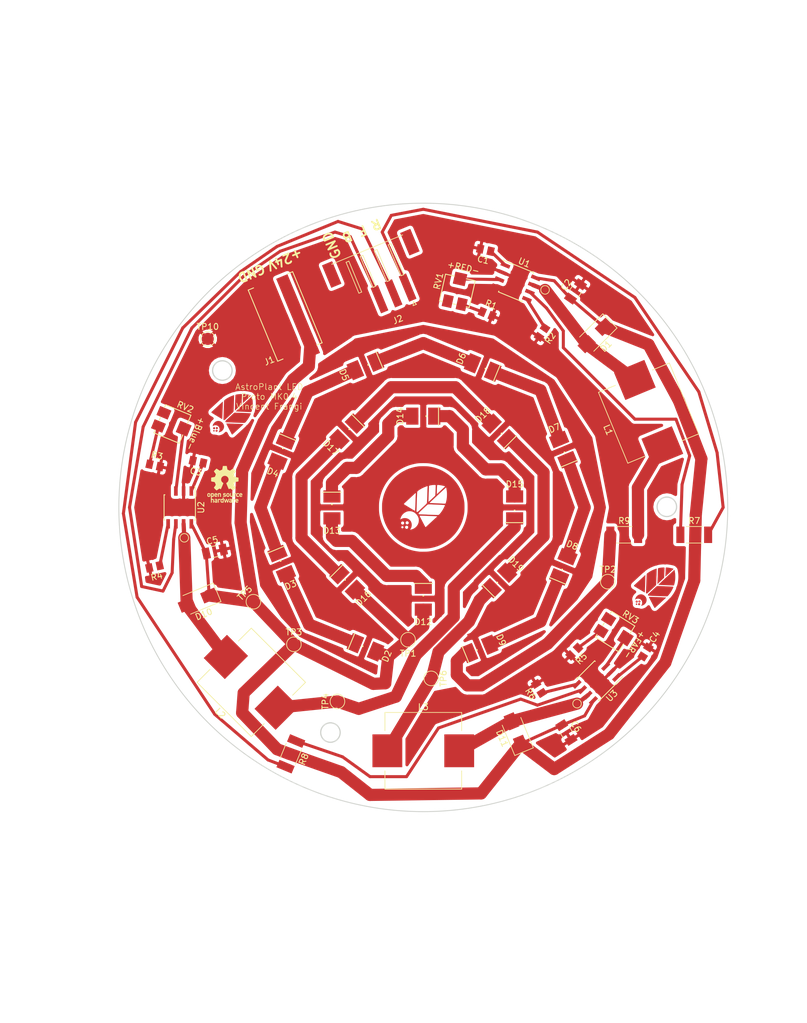
<source format=kicad_pcb>
(kicad_pcb (version 20171130) (host pcbnew "(5.0.0-rc3-dev)")
  (layers (0 F.Cu mixed) (31 B.Cu signal) (34 B.Paste user hide) (35 F.Paste user) (36 B.SilkS user) (37 F.SilkS user) (38 B.Mask user hide) (39 F.Mask user) (44 Edge.Cuts user))
  (net 0 "")
  (net 1 "Net-(C1-Pad1)")
  (net 2 GND)
  (net 3 +24V)
  (net 4 "Net-(C3-Pad1)")
  (net 5 "Net-(C4-Pad1)")
  (net 6 "Net-(D1-Pad2)")
  (net 7 "Net-(D2-Pad1)")
  (net 8 "Net-(D3-Pad1)")
  (net 9 "Net-(D4-Pad1)")
  (net 10 "Net-(D5-Pad1)")
  (net 11 "Net-(D6-Pad1)")
  (net 12 "Net-(D7-Pad1)")
  (net 13 "Net-(D8-Pad1)")
  (net 14 "Net-(D9-Pad1)")
  (net 15 "Net-(D10-Pad2)")
  (net 16 "Net-(D11-Pad2)")
  (net 17 "Net-(D12-Pad1)")
  (net 18 "Net-(D13-Pad1)")
  (net 19 "Net-(D14-Pad1)")
  (net 20 "Net-(D15-Pad1)")
  (net 21 "Net-(D16-Pad1)")
  (net 22 "Net-(D17-Pad1)")
  (net 23 "Net-(D18-Pad1)")
  (net 24 "Net-(D19-Pad1)")
  (net 25 DIM_BLUE)
  (net 26 DIM_RED)
  (net 27 DIM_FAR)
  (net 28 "Net-(R1-Pad1)")
  (net 29 "Net-(R2-Pad1)")
  (net 30 "Net-(R3-Pad1)")
  (net 31 "Net-(R4-Pad1)")
  (net 32 "Net-(R5-Pad1)")
  (net 33 "Net-(R6-Pad1)")
  (net 34 "Net-(J2-Pad1)")
  (net 35 "Net-(J2-Pad2)")
  (net 36 "Net-(L1-Pad1)")
  (net 37 "Net-(RV1-Pad2)")
  (net 38 "Net-(RV1-Pad3)")
  (net 39 "Net-(RV2-Pad2)")
  (net 40 "Net-(RV2-Pad3)")
  (net 41 "Net-(RV3-Pad3)")
  (net 42 "Net-(RV3-Pad2)")
  (net 43 Therm_pad)
  (module footprints:ST4ETA502 (layer F.Cu) (at 105.6 64.4 347.3)
    (fp_text reference RV1 (at -3.375911 -0.879332 77.3) (layer F.SilkS))
    (fp_text value 5k)
    (pad 3 smd rect (at -1.174999 1.999999 347.3) (size 1.6 2) (layers F.Cu F.Paste F.Mask) (net 38 "Net-(RV1-Pad3)"))
    (pad 1 smd rect (at 1.175 2 347.3) (size 1.6 2) (layers F.Cu F.Paste F.Mask) (net 28 "Net-(R1-Pad1)"))
    (pad 2 smd rect (at 0 -2 347.3) (size 2 2) (layers F.Cu F.Paste F.Mask) (net 37 "Net-(RV1-Pad2)"))
  )
  (module footprints:ST4ETA502 (layer F.Cu) (at 58.8 86.3 247.5)
    (fp_text reference RV2 (at -3.375911 -0.879332 337.5) (layer F.SilkS))
    (fp_text value 5k)
    (pad 3 smd rect (at -1.174999 1.999999 247.5) (size 1.6 2) (layers F.Cu F.Paste F.Mask) (net 40 "Net-(RV2-Pad3)"))
    (pad 1 smd rect (at 1.175 2 247.5) (size 1.6 2) (layers F.Cu F.Paste F.Mask) (net 30 "Net-(R3-Pad1)"))
    (pad 2 smd rect (at 0 -2 247.5) (size 2 2) (layers F.Cu F.Paste F.Mask) (net 39 "Net-(RV2-Pad2)"))
  )
  (module footprints:ST4ETA502 (layer F.Cu) (at 131.5 120.4 237.7)
    (fp_text reference RV3 (at -3.375911 -0.879332 327.7) (layer F.SilkS))
    (fp_text value 5k)
    (pad 3 smd rect (at -1.174999 1.999999 237.7) (size 1.6 2) (layers F.Cu F.Paste F.Mask) (net 41 "Net-(RV3-Pad3)"))
    (pad 1 smd rect (at 1.175 2 237.7) (size 1.6 2) (layers F.Cu F.Paste F.Mask) (net 32 "Net-(R5-Pad1)"))
    (pad 2 smd rect (at 0 -2 237.7) (size 2 2) (layers F.Cu F.Paste F.Mask) (net 42 "Net-(RV3-Pad2)"))
  )
  (module footprints:SSL120 (layer F.Cu) (at 112.5 87.5 225)
    (fp_text reference D18 (at 0 3.81 225) (layer F.SilkS))
    (fp_text value LED_Far)
    (pad 1 smd rect (at 0 -1.8 225) (size 2.8 2) (layers F.Cu) (net 23 "Net-(D18-Pad1)"))
    (pad 2 smd rect (at 0 1.8 225) (size 2.8 2) (layers F.Cu) (net 22 "Net-(D17-Pad1)"))
    (pad 3 smd custom (at 0 0 225) (size 4 1) (layers F.Cu) (net 43 Therm_pad) (options (clearance outline) (anchor rect)) (primitives))
    (pad 3 smd custom (at 2.5 0 315) (size 6 1) (layers F.Cu) (net 43 Therm_pad) (options (clearance outline) (anchor rect)) (primitives))
    (pad 3 smd custom (at -2.5 0 315) (size 6 1) (layers F.Cu) (net 43 Therm_pad) (options (clearance outline) (anchor rect)) (primitives))
  )
  (module footprints:SSL120 (layer F.Cu) (at 112.5 112 135)
    (fp_text reference D19 (at 0 3.81 135) (layer F.SilkS))
    (fp_text value LED_Far)
    (pad 1 smd rect (at 0 -1.8 135) (size 2.8 2) (layers F.Cu) (net 24 "Net-(D19-Pad1)"))
    (pad 2 smd rect (at 0 1.8 135) (size 2.8 2) (layers F.Cu) (net 23 "Net-(D18-Pad1)"))
    (pad 3 smd custom (at 0 0 135) (size 4 1) (layers F.Cu) (net 43 Therm_pad) (options (clearance outline) (anchor rect)) (primitives))
    (pad 3 smd custom (at 2.5 0 225) (size 6 1) (layers F.Cu) (net 43 Therm_pad) (options (clearance outline) (anchor rect)) (primitives))
    (pad 3 smd custom (at -2.5 0 225) (size 6 1) (layers F.Cu) (net 43 Therm_pad) (options (clearance outline) (anchor rect)) (primitives))
  )
  (module footprints:SSL120 (layer F.Cu) (at 87.5 112.25 45)
    (fp_text reference D16 (at 0 3.81 45) (layer F.SilkS))
    (fp_text value LED_Far)
    (pad 1 smd rect (at 0 -1.8 45) (size 2.8 2) (layers F.Cu) (net 21 "Net-(D16-Pad1)"))
    (pad 2 smd rect (at 0 1.8 45) (size 2.8 2) (layers F.Cu) (net 3 +24V))
    (pad 3 smd custom (at 0 0 45) (size 4 1) (layers F.Cu) (net 43 Therm_pad) (options (clearance outline) (anchor rect)) (primitives))
    (pad 3 smd custom (at 2.5 0 135) (size 6 1) (layers F.Cu) (net 43 Therm_pad) (options (clearance outline) (anchor rect)) (primitives))
    (pad 3 smd custom (at -2.5 0 135) (size 6 1) (layers F.Cu) (net 43 Therm_pad) (options (clearance outline) (anchor rect)) (primitives))
  )
  (module footprints:SSL120 (layer F.Cu) (at 100 85 270)
    (fp_text reference D14 (at 0 3.81 270) (layer F.SilkS))
    (fp_text value LED_Blue)
    (pad 1 smd rect (at 0 -1.8 270) (size 2.8 2) (layers F.Cu) (net 19 "Net-(D14-Pad1)"))
    (pad 2 smd rect (at 0 1.8 270) (size 2.8 2) (layers F.Cu) (net 18 "Net-(D13-Pad1)"))
    (pad 3 smd custom (at 0 0 270) (size 4 1) (layers F.Cu) (net 43 Therm_pad) (options (clearance outline) (anchor rect)) (primitives))
    (pad 3 smd custom (at 2.5 0) (size 6 1) (layers F.Cu) (net 43 Therm_pad) (options (clearance outline) (anchor rect)) (primitives))
    (pad 3 smd custom (at -2.5 0) (size 6 1) (layers F.Cu) (net 43 Therm_pad) (options (clearance outline) (anchor rect)) (primitives))
  )
  (module footprints:SSL120 (layer F.Cu) (at 85 100)
    (fp_text reference D13 (at 0 3.81) (layer F.SilkS))
    (fp_text value LED_Blue)
    (pad 1 smd rect (at 0 -1.8) (size 2.8 2) (layers F.Cu) (net 18 "Net-(D13-Pad1)"))
    (pad 2 smd rect (at 0 1.8) (size 2.8 2) (layers F.Cu) (net 17 "Net-(D12-Pad1)"))
    (pad 3 smd custom (at 0 0) (size 4 1) (layers F.Cu) (net 43 Therm_pad) (options (clearance outline) (anchor rect)) (primitives))
    (pad 3 smd custom (at 2.5 0 90) (size 6 1) (layers F.Cu) (net 43 Therm_pad) (options (clearance outline) (anchor rect)) (primitives))
    (pad 3 smd custom (at -2.5 0 90) (size 6 1) (layers F.Cu) (net 43 Therm_pad) (options (clearance outline) (anchor rect)) (primitives))
  )
  (module footprints:SSL120 (layer F.Cu) (at 109.25 123.25 112.5)
    (fp_text reference D9 (at 0 3.81 112.5) (layer F.SilkS))
    (fp_text value LED_Red)
    (pad 1 smd rect (at 0 -1.8 112.5) (size 2.8 2) (layers F.Cu) (net 14 "Net-(D9-Pad1)"))
    (pad 2 smd rect (at 0 1.8 112.5) (size 2.8 2) (layers F.Cu) (net 13 "Net-(D8-Pad1)"))
    (pad 3 smd custom (at 0 0 112.5) (size 4 1) (layers F.Cu) (net 43 Therm_pad) (options (clearance outline) (anchor rect)) (primitives))
    (pad 3 smd custom (at 2.5 0 202.5) (size 2 1) (layers F.Cu) (net 43 Therm_pad) (options (clearance outline) (anchor rect)) (primitives))
    (pad 3 smd custom (at -2.5 0 202.5) (size 6 1) (layers F.Cu) (net 43 Therm_pad) (options (clearance outline) (anchor rect)) (primitives))
  )
  (module footprints:SSL120 (layer F.Cu) (at 123 109.75 157.5)
    (fp_text reference D8 (at 0 3.81 157.5) (layer F.SilkS))
    (fp_text value LED_Red)
    (pad 1 smd rect (at 0 -1.8 157.5) (size 2.8 2) (layers F.Cu) (net 13 "Net-(D8-Pad1)"))
    (pad 2 smd rect (at 0 1.8 157.5) (size 2.8 2) (layers F.Cu) (net 12 "Net-(D7-Pad1)"))
    (pad 3 smd custom (at 0 0 157.5) (size 4 1) (layers F.Cu) (net 43 Therm_pad) (options (clearance outline) (anchor rect)) (primitives))
    (pad 3 smd custom (at 2.5 0 247.5) (size 6 1) (layers F.Cu) (net 43 Therm_pad) (options (clearance outline) (anchor rect)) (primitives))
    (pad 3 smd custom (at -2.5 0 247.5) (size 6 1) (layers F.Cu) (net 43 Therm_pad) (options (clearance outline) (anchor rect)) (primitives))
  )
  (module footprints:SSL120 (layer F.Cu) (at 123 90.5 202.5)
    (fp_text reference D7 (at 0 3.81 202.5) (layer F.SilkS))
    (fp_text value LED_Red)
    (pad 1 smd rect (at 0 -1.8 202.5) (size 2.8 2) (layers F.Cu) (net 12 "Net-(D7-Pad1)"))
    (pad 2 smd rect (at 0 1.8 202.5) (size 2.8 2) (layers F.Cu) (net 11 "Net-(D6-Pad1)"))
    (pad 3 smd custom (at 0 0 202.5) (size 4 1) (layers F.Cu) (net 43 Therm_pad) (options (clearance outline) (anchor rect)) (primitives))
    (pad 3 smd custom (at 2.5 0 292.5) (size 6 1) (layers F.Cu) (net 43 Therm_pad) (options (clearance outline) (anchor rect)) (primitives))
    (pad 3 smd custom (at -2.5 0 292.5) (size 6 1) (layers F.Cu) (net 43 Therm_pad) (options (clearance outline) (anchor rect)) (primitives))
  )
  (module footprints:SSL120 (layer F.Cu) (at 109.75 77 247.5)
    (fp_text reference D6 (at 0 3.81 247.5) (layer F.SilkS))
    (fp_text value LED_Red)
    (pad 1 smd rect (at 0 -1.8 247.5) (size 2.8 2) (layers F.Cu) (net 11 "Net-(D6-Pad1)"))
    (pad 2 smd rect (at 0 1.8 247.5) (size 2.8 2) (layers F.Cu) (net 10 "Net-(D5-Pad1)"))
    (pad 3 smd custom (at 0 0 247.5) (size 4 1) (layers F.Cu) (net 43 Therm_pad) (options (clearance outline) (anchor rect)) (primitives))
    (pad 3 smd custom (at 2.5 0 337.5) (size 6 1) (layers F.Cu) (net 43 Therm_pad) (options (clearance outline) (anchor rect)) (primitives))
    (pad 3 smd custom (at -2.5 0 337.5) (size 6 1) (layers F.Cu) (net 43 Therm_pad) (options (clearance outline) (anchor rect)) (primitives))
  )
  (module footprints:SSL120 (layer F.Cu) (at 90.5 76.75 292.5)
    (fp_text reference D5 (at 0 3.81 292.5) (layer F.SilkS))
    (fp_text value LED_Red)
    (pad 1 smd rect (at 0 -1.8 292.5) (size 2.8 2) (layers F.Cu) (net 10 "Net-(D5-Pad1)"))
    (pad 2 smd rect (at 0 1.8 292.5) (size 2.8 2) (layers F.Cu) (net 9 "Net-(D4-Pad1)"))
    (pad 3 smd custom (at 0 0 292.5) (size 4 1) (layers F.Cu) (net 43 Therm_pad) (options (clearance outline) (anchor rect)) (primitives))
    (pad 3 smd custom (at 2.5 0 22.5) (size 6 1) (layers F.Cu) (net 43 Therm_pad) (options (clearance outline) (anchor rect)) (primitives))
    (pad 3 smd custom (at -2.5 0 22.5) (size 6 1) (layers F.Cu) (net 43 Therm_pad) (options (clearance outline) (anchor rect)) (primitives))
  )
  (module footprints:SSL120 (layer F.Cu) (at 76.75 90.75 337.5)
    (fp_text reference D4 (at 0 3.81 337.5) (layer F.SilkS))
    (fp_text value LED_Red)
    (pad 1 smd rect (at 0 -1.8 337.5) (size 2.8 2) (layers F.Cu) (net 9 "Net-(D4-Pad1)"))
    (pad 2 smd rect (at 0 1.8 337.5) (size 2.8 2) (layers F.Cu) (net 8 "Net-(D3-Pad1)"))
    (pad 3 smd custom (at 0 0 337.5) (size 4 1) (layers F.Cu) (net 43 Therm_pad) (options (clearance outline) (anchor rect)) (primitives))
    (pad 3 smd custom (at 2.5 0 67.5) (size 6 1) (layers F.Cu) (net 43 Therm_pad) (options (clearance outline) (anchor rect)) (primitives))
    (pad 3 smd custom (at -2.5 0 67.5) (size 6 1) (layers F.Cu) (net 43 Therm_pad) (options (clearance outline) (anchor rect)) (primitives))
  )
  (module footprints:SSL120 (layer F.Cu) (at 76.75 109.25 22.5)
    (fp_text reference D3 (at 0 3.81 22.5) (layer F.SilkS))
    (fp_text value LED_Red)
    (pad 1 smd rect (at 0 -1.8 22.5) (size 2.8 2) (layers F.Cu) (net 8 "Net-(D3-Pad1)"))
    (pad 2 smd rect (at 0 1.8 22.5) (size 2.8 2) (layers F.Cu) (net 7 "Net-(D2-Pad1)"))
    (pad 3 smd custom (at 0 0 22.5) (size 4 1) (layers F.Cu) (net 43 Therm_pad) (options (clearance outline) (anchor rect)) (primitives))
    (pad 3 smd custom (at 2.5 0 112.5) (size 6 1) (layers F.Cu) (net 43 Therm_pad) (options (clearance outline) (anchor rect)) (primitives))
    (pad 3 smd custom (at -2.5 0 112.5) (size 6 1) (layers F.Cu) (net 43 Therm_pad) (options (clearance outline) (anchor rect)) (primitives))
  )
  (module footprints:SSL120 (layer F.Cu) (at 90.5 123 67.5)
    (fp_text reference D2 (at 0 3.81 67.5) (layer F.SilkS))
    (fp_text value LED_Red)
    (pad 1 smd rect (at 0 -1.8 67.5) (size 2.8 2) (layers F.Cu) (net 7 "Net-(D2-Pad1)"))
    (pad 2 smd rect (at 0 1.8 67.5) (size 2.8 2) (layers F.Cu) (net 3 +24V))
    (pad 3 smd custom (at 0 0 67.5) (size 4 1) (layers F.Cu) (net 43 Therm_pad) (options (clearance outline) (anchor rect)) (primitives))
    (pad 3 smd custom (at 2.5 0 157.5) (size 6 1) (layers F.Cu) (net 43 Therm_pad) (options (clearance outline) (anchor rect)) (primitives))
    (pad 3 smd custom (at -2.5 0 157.5) (size 6 1) (layers F.Cu) (net 43 Therm_pad) (options (clearance outline) (anchor rect)) (primitives))
  )
  (module footprints:SSL120 (layer F.Cu) (at 115 100 180)
    (fp_text reference D15 (at 0 3.81 180) (layer F.SilkS))
    (fp_text value LED_Blue)
    (pad 1 smd rect (at 0 -1.8 180) (size 2.8 2) (layers F.Cu) (net 20 "Net-(D15-Pad1)"))
    (pad 2 smd rect (at 0 1.8 180) (size 2.8 2) (layers F.Cu) (net 19 "Net-(D14-Pad1)"))
    (pad 3 smd custom (at 0 0 180) (size 4 1) (layers F.Cu) (net 43 Therm_pad) (options (clearance outline) (anchor rect)) (primitives))
    (pad 3 smd custom (at 2.5 0 270) (size 6 1) (layers F.Cu) (net 43 Therm_pad) (options (clearance outline) (anchor rect)) (primitives))
    (pad 3 smd custom (at -2.5 0 270) (size 6 1) (layers F.Cu) (net 43 Therm_pad) (options (clearance outline) (anchor rect)) (primitives))
  )
  (module footprints:SSL120 (layer F.Cu) (at 87.5 87.5 315)
    (fp_text reference D17 (at 0 3.81 315) (layer F.SilkS))
    (fp_text value LED_Far)
    (pad 1 smd rect (at 0 -1.8 315) (size 2.8 2) (layers F.Cu) (net 22 "Net-(D17-Pad1)"))
    (pad 2 smd rect (at 0 1.8 315) (size 2.8 2) (layers F.Cu) (net 21 "Net-(D16-Pad1)"))
    (pad 3 smd custom (at 0 0 315) (size 4 1) (layers F.Cu) (net 43 Therm_pad) (options (clearance outline) (anchor rect)) (primitives))
    (pad 3 smd custom (at 2.5 0 45) (size 6 1) (layers F.Cu) (net 43 Therm_pad) (options (clearance outline) (anchor rect)) (primitives))
    (pad 3 smd custom (at -2.5 0 45) (size 6 1) (layers F.Cu) (net 43 Therm_pad) (options (clearance outline) (anchor rect)) (primitives))
  )
  (module footprints:SSL120 (layer F.Cu) (at 100 115)
    (fp_text reference D12 (at 0 3.81) (layer F.SilkS))
    (fp_text value LED_Blue)
    (pad 1 smd rect (at 0 -1.8) (size 2.8 2) (layers F.Cu) (net 17 "Net-(D12-Pad1)"))
    (pad 2 smd rect (at 0 1.8) (size 2.8 2) (layers F.Cu) (net 3 +24V))
    (pad 3 smd custom (at 0 0) (size 4 1) (layers F.Cu) (net 43 Therm_pad) (options (clearance outline) (anchor rect)) (primitives))
    (pad 3 smd custom (at 2.5 0 90) (size 6 1) (layers F.Cu) (net 43 Therm_pad) (options (clearance outline) (anchor rect)) (primitives))
    (pad 3 smd custom (at -2.5 0 90) (size 4 1) (layers F.Cu) (net 43 Therm_pad) (options (clearance outline) (anchor rect)) (primitives))
  )
  (module TestPoint:TestPoint_Pad_D2.0mm (layer F.Cu) (at 97.5 121.75)
    (fp_text reference TP1 (at 0 2.25) (layer F.SilkS))
    (fp_text value Test_Point)
    (pad 1 smd circle (at 0 0) (size 2 2) (layers F.Cu F.Mask) (net 3 +24V))
  )
  (module TestPoint:TestPoint_Pad_D2.0mm (layer F.Cu) (at 78.75 122.5)
    (fp_text reference TP3 (at 0 -1.998) (layer F.SilkS))
    (fp_text value Test_Point)
    (pad 1 smd circle (at 0 0) (size 2 2) (layers F.Cu F.Mask) (net 3 +24V))
  )
  (module TestPoint:TestPoint_Pad_D1.0mm (layer F.Cu) (at 125.25 132.25)
    (fp_text reference TP9 hide)
    (fp_text value Test_Point)
    (pad 1 smd circle (at 0 0) (size 1 1) (layers F.Cu F.Mask) (net 16 "Net-(D11-Pad2)"))
  )
  (module TestPoint:TestPoint_Pad_D1.0mm (layer F.Cu) (at 120 64.25)
    (fp_text reference TP7 hide)
    (fp_text value Test_Point)
    (pad 1 smd circle (at 0 0) (size 1 1) (layers F.Cu F.Mask) (net 6 "Net-(D1-Pad2)"))
  )
  (module TestPoint:TestPoint_Pad_D1.0mm (layer F.Cu) (at 60.75 105)
    (fp_text reference TP8 hide)
    (fp_text value Test_Point)
    (pad 1 smd circle (at 0 0) (size 1 1) (layers F.Cu F.Mask) (net 15 "Net-(D10-Pad2)"))
  )
  (module Package_SO:SOIC-8-1EP_3.9x4.9mm_P1.27mm_EP2.35x2.35mm (layer F.Cu) (at 128.5 128.5 225)
    (fp_text reference U3 (at 0 -3.5 225) (layer F.SilkS))
    (fp_text value LM3414)
    (pad 1 smd rect (at -2.7 -1.905 225) (size 1.55 0.6) (layers F.Cu F.Paste F.Mask) (net 5 "Net-(C4-Pad1)"))
    (pad 2 smd rect (at -2.7 -0.635 225) (size 1.55 0.6) (layers F.Cu F.Paste F.Mask) (net 2 GND))
    (pad 3 smd rect (at -2.7 0.635 225) (size 1.55 0.6) (layers F.Cu F.Paste F.Mask) (net 42 "Net-(RV3-Pad2)"))
    (pad 4 smd rect (at -2.7 1.905 225) (size 1.55 0.6) (layers F.Cu F.Paste F.Mask) (net 2 GND))
    (pad 5 smd rect (at 2.7 1.905 225) (size 1.55 0.6) (layers F.Cu F.Paste F.Mask) (net 33 "Net-(R6-Pad1)"))
    (pad 6 smd rect (at 2.7 0.635 225) (size 1.55 0.6) (layers F.Cu F.Paste F.Mask) (net 27 DIM_FAR))
    (pad 7 smd rect (at 2.7 -0.635 225) (size 1.55 0.6) (layers F.Cu F.Paste F.Mask) (net 16 "Net-(D11-Pad2)"))
    (pad 8 smd rect (at 2.7 -1.905 225) (size 1.55 0.6) (layers F.Cu F.Paste F.Mask) (net 3 +24V))
    (pad 9 smd rect (at 0 0 225) (size 2.35 2.35) (layers F.Cu F.Mask) (net 2 GND))
  )
  (module Package_SO:SOIC-8-1EP_3.9x4.9mm_P1.27mm_EP2.35x2.35mm (layer F.Cu) (at 60 100 270)
    (fp_text reference U2 (at 0 -3.5 270) (layer F.SilkS))
    (fp_text value LM3414)
    (pad 1 smd rect (at -2.7 -1.905 270) (size 1.55 0.6) (layers F.Cu F.Paste F.Mask) (net 4 "Net-(C3-Pad1)"))
    (pad 2 smd rect (at -2.7 -0.635 270) (size 1.55 0.6) (layers F.Cu F.Paste F.Mask) (net 2 GND))
    (pad 3 smd rect (at -2.7 0.635 270) (size 1.55 0.6) (layers F.Cu F.Paste F.Mask) (net 39 "Net-(RV2-Pad2)"))
    (pad 4 smd rect (at -2.7 1.905 270) (size 1.55 0.6) (layers F.Cu F.Paste F.Mask) (net 2 GND))
    (pad 5 smd rect (at 2.7 1.905 270) (size 1.55 0.6) (layers F.Cu F.Paste F.Mask) (net 31 "Net-(R4-Pad1)"))
    (pad 6 smd rect (at 2.7 0.635 270) (size 1.55 0.6) (layers F.Cu F.Paste F.Mask) (net 25 DIM_BLUE))
    (pad 7 smd rect (at 2.7 -0.635 270) (size 1.55 0.6) (layers F.Cu F.Paste F.Mask) (net 15 "Net-(D10-Pad2)"))
    (pad 8 smd rect (at 2.7 -1.905 270) (size 1.55 0.6) (layers F.Cu F.Paste F.Mask) (net 3 +24V))
    (pad 9 smd rect (at 0 0 270) (size 2.35 2.35) (layers F.Cu F.Mask) (net 2 GND))
  )
  (module Package_SO:SOIC-8-1EP_3.9x4.9mm_P1.27mm_EP2.35x2.35mm (layer F.Cu) (at 115.25 63 337.5)
    (fp_text reference U1 (at 0 -3.5 337.5) (layer F.SilkS))
    (fp_text value LM3414)
    (pad 1 smd rect (at -2.7 -1.905 337.5) (size 1.55 0.6) (layers F.Cu F.Paste F.Mask) (net 1 "Net-(C1-Pad1)"))
    (pad 2 smd rect (at -2.7 -0.635 337.5) (size 1.55 0.6) (layers F.Cu F.Paste F.Mask) (net 2 GND))
    (pad 3 smd rect (at -2.7 0.635 337.5) (size 1.55 0.6) (layers F.Cu F.Paste F.Mask) (net 37 "Net-(RV1-Pad2)"))
    (pad 4 smd rect (at -2.7 1.905 337.5) (size 1.55 0.6) (layers F.Cu F.Paste F.Mask) (net 2 GND))
    (pad 5 smd rect (at 2.7 1.905 337.5) (size 1.55 0.6) (layers F.Cu F.Paste F.Mask) (net 29 "Net-(R2-Pad1)"))
    (pad 6 smd rect (at 2.7 0.635 337.5) (size 1.55 0.6) (layers F.Cu F.Paste F.Mask) (net 26 DIM_RED))
    (pad 7 smd rect (at 2.7 -0.635 337.5) (size 1.55 0.6) (layers F.Cu F.Paste F.Mask) (net 6 "Net-(D1-Pad2)"))
    (pad 8 smd rect (at 2.7 -1.905 337.5) (size 1.55 0.6) (layers F.Cu F.Paste F.Mask) (net 3 +24V))
    (pad 9 smd rect (at 0 0 337.5) (size 2.35 2.35) (layers F.Cu F.Mask) (net 2 GND))
  )
  (module Resistor_SMD:R_0805_2012Metric (layer F.Cu) (at 119 129.75 122.3)
    (fp_text reference R6 (at 0 -1.65 122.3) (layer F.SilkS))
    (fp_text value 43k)
    (pad 2 smd rect (at 0.88 0 122.3) (size 1.12 1.4) (layers F.Cu F.Paste F.Mask) (net 2 GND))
    (pad 1 smd rect (at -0.88 0 122.3) (size 1.12 1.4) (layers F.Cu F.Paste F.Mask) (net 33 "Net-(R6-Pad1)"))
  )
  (module Resistor_SMD:R_0805_2012Metric (layer F.Cu) (at 124.8 123.7 225)
    (fp_text reference R5 (at 0 -1.65 225) (layer F.SilkS))
    (fp_text value 3.3k)
    (pad 2 smd rect (at 0.88 0 225) (size 1.12 1.4) (layers F.Cu F.Paste F.Mask) (net 2 GND))
    (pad 1 smd rect (at -0.88 0 225) (size 1.12 1.4) (layers F.Cu F.Paste F.Mask) (net 32 "Net-(R5-Pad1)"))
  )
  (module Resistor_SMD:R_0805_2012Metric (layer F.Cu) (at 55.85847 109.75 192.7)
    (fp_text reference R4 (at 0 -1.65 192.7) (layer F.SilkS))
    (fp_text value 43k)
    (pad 2 smd rect (at 0.88 0 192.7) (size 1.12 1.4) (layers F.Cu F.Paste F.Mask) (net 2 GND))
    (pad 1 smd rect (at -0.88 0 192.7) (size 1.12 1.4) (layers F.Cu F.Paste F.Mask) (net 31 "Net-(R4-Pad1)"))
  )
  (module Resistor_SMD:R_0805_2012Metric (layer F.Cu) (at 55.9 93.1 347.3)
    (fp_text reference R3 (at 0 -1.65 347.3) (layer F.SilkS))
    (fp_text value 3.3k)
    (pad 2 smd rect (at 0.88 0 347.3) (size 1.12 1.4) (layers F.Cu F.Paste F.Mask) (net 2 GND))
    (pad 1 smd rect (at -0.88 0 347.3) (size 1.12 1.4) (layers F.Cu F.Paste F.Mask) (net 30 "Net-(R3-Pad1)"))
  )
  (module Resistor_SMD:R_0805_2012Metric (layer F.Cu) (at 119.5 71.25 235.7)
    (fp_text reference R2 (at 0 -1.65 235.7) (layer F.SilkS))
    (fp_text value 43k)
    (pad 2 smd rect (at 0.88 0 235.7) (size 1.12 1.4) (layers F.Cu F.Paste F.Mask) (net 2 GND))
    (pad 1 smd rect (at -0.88 0 235.7) (size 1.12 1.4) (layers F.Cu F.Paste F.Mask) (net 29 "Net-(R2-Pad1)"))
  )
  (module Resistor_SMD:R_0805_2012Metric (layer F.Cu) (at 110.5 68.2 337.5)
    (fp_text reference R1 (at 0 -1.65 337.5) (layer F.SilkS))
    (fp_text value 3.3k)
    (pad 2 smd rect (at 0.88 0 337.5) (size 1.12 1.4) (layers F.Cu F.Paste F.Mask) (net 2 GND))
    (pad 1 smd rect (at -0.88 0 337.5) (size 1.12 1.4) (layers F.Cu F.Paste F.Mask) (net 28 "Net-(R1-Pad1)"))
  )
  (module footprints:L_Wuerth_WE-PD-Typ-LS_Handsoldering (layer F.Cu) (at 71.75 128.75 135)
    (fp_text reference L2 (at 0 -7.2 135) (layer F.SilkS))
    (fp_text value 47u)
    (pad 2 smd rect (at 5.9 0 135) (size 4.9 5.4) (layers F.Cu F.Paste F.Mask) (net 15 "Net-(D10-Pad2)"))
    (pad 1 smd rect (at -5.9 0 135) (size 4.9 5.4) (layers F.Cu F.Paste F.Mask) (net 20 "Net-(D15-Pad1)"))
  )
  (module Diode_SMD:D_SMA (layer F.Cu) (at 115.25 137 112.5)
    (fp_text reference D11 (at 0 -2.5 112.5) (layer F.SilkS))
    (fp_text value D_Schottky)
    (pad 2 smd rect (at 2 0 112.5) (size 2.5 1.8) (layers F.Cu F.Paste F.Mask) (net 16 "Net-(D11-Pad2)"))
    (pad 1 smd rect (at -2 0 112.5) (size 2.5 1.8) (layers F.Cu F.Paste F.Mask) (net 3 +24V))
  )
  (module Diode_SMD:D_SMA (layer F.Cu) (at 63 115.25 202.5)
    (fp_text reference D10 (at 0 -2.5 202.5) (layer F.SilkS))
    (fp_text value D_Schottky)
    (pad 2 smd rect (at 2 0 202.5) (size 2.5 1.8) (layers F.Cu F.Paste F.Mask) (net 15 "Net-(D10-Pad2)"))
    (pad 1 smd rect (at -2 0 202.5) (size 2.5 1.8) (layers F.Cu F.Paste F.Mask) (net 3 +24V))
  )
  (module Diode_SMD:D_SMA (layer F.Cu) (at 128.25 71.75 225)
    (fp_text reference D1 (at 0 -2.5 225) (layer F.SilkS))
    (fp_text value D_Schottky)
    (pad 2 smd rect (at 2.000001 0 225) (size 2.5 1.8) (layers F.Cu F.Paste F.Mask) (net 6 "Net-(D1-Pad2)"))
    (pad 1 smd rect (at -2.000001 0 225) (size 2.5 1.8) (layers F.Cu F.Paste F.Mask) (net 3 +24V))
  )
  (module Capacitor_SMD:C_1206_3216Metric (layer F.Cu) (at 123.5 137 302.3)
    (fp_text reference C6 (at 0 -1.85 302.3) (layer F.SilkS))
    (fp_text value 2.7u)
    (pad 2 smd rect (at 1.43 0 302.3) (size 1.22 1.8) (layers F.Cu F.Paste F.Mask) (net 2 GND))
    (pad 1 smd rect (at -1.43 0 302.3) (size 1.22 1.8) (layers F.Cu F.Paste F.Mask) (net 3 +24V))
  )
  (module Capacitor_SMD:C_1206_3216Metric (layer F.Cu) (at 65.75 107.25 12.7)
    (fp_text reference C5 (at 0 -1.85 12.7) (layer F.SilkS))
    (fp_text value 2.7u)
    (pad 2 smd rect (at 1.43 0 12.7) (size 1.22 1.8) (layers F.Cu F.Paste F.Mask) (net 2 GND))
    (pad 1 smd rect (at -1.43 0 12.7) (size 1.22 1.8) (layers F.Cu F.Paste F.Mask) (net 3 +24V))
  )
  (module Capacitor_SMD:C_0805_2012Metric (layer F.Cu) (at 136.5 123.75 57.7)
    (fp_text reference C4 (at 2.87242 -0.041271 57.7) (layer F.SilkS))
    (fp_text value 1u)
    (pad 2 smd rect (at 0.88 0 57.7) (size 1.12 1.4) (layers F.Cu F.Paste F.Mask) (net 2 GND))
    (pad 1 smd rect (at -0.88 0 57.7) (size 1.12 1.4) (layers F.Cu F.Paste F.Mask) (net 5 "Net-(C4-Pad1)"))
  )
  (module Capacitor_SMD:C_0805_2012Metric (layer F.Cu) (at 63 92.5 167.3)
    (fp_text reference C3 (at 0 -1.65 167.3) (layer F.SilkS))
    (fp_text value 1u)
    (pad 2 smd rect (at 0.88 0 167.3) (size 1.12 1.4) (layers F.Cu F.Paste F.Mask) (net 2 GND))
    (pad 1 smd rect (at -0.88 0 167.3) (size 1.12 1.4) (layers F.Cu F.Paste F.Mask) (net 4 "Net-(C3-Pad1)"))
  )
  (module Capacitor_SMD:C_1206_3216Metric (layer F.Cu) (at 125 64.5 54.8)
    (fp_text reference C2 (at 0 -1.85 54.8) (layer F.SilkS))
    (fp_text value 2.7u)
    (pad 2 smd rect (at 1.43 0 54.8) (size 1.22 1.8) (layers F.Cu F.Paste F.Mask) (net 2 GND))
    (pad 1 smd rect (at -1.43 0 54.8) (size 1.22 1.8) (layers F.Cu F.Paste F.Mask) (net 3 +24V))
  )
  (module Capacitor_SMD:C_0805_2012Metric (layer F.Cu) (at 110.2 57.7 167.3)
    (fp_text reference C1 (at 0 -1.65 167.3) (layer F.SilkS))
    (fp_text value 1u)
    (pad 2 smd rect (at 0.88 0 167.3) (size 1.12 1.4) (layers F.Cu F.Paste F.Mask) (net 2 GND))
    (pad 1 smd rect (at -0.88 0 167.3) (size 1.12 1.4) (layers F.Cu F.Paste F.Mask) (net 1 "Net-(C1-Pad1)"))
  )
  (module footprints:L_Wuerth_WE-PD-Typ-LS_Handsoldering (layer F.Cu) (at 100 140)
    (fp_text reference L3 (at 0 -7.2) (layer F.SilkS))
    (fp_text value 47u)
    (pad 2 smd rect (at 5.9 0) (size 4.9 5.4) (layers F.Cu F.Paste F.Mask) (net 16 "Net-(D11-Pad2)"))
    (pad 1 smd rect (at -5.9 0) (size 4.9 5.4) (layers F.Cu F.Paste F.Mask) (net 24 "Net-(D19-Pad1)"))
  )
  (module footprints:L_Wuerth_WE-PD-Typ-LS_Handsoldering (layer F.Cu) (at 137 84.5 112.5)
    (fp_text reference L1 (at 0 -7.2 112.5) (layer F.SilkS))
    (fp_text value 47u)
    (pad 2 smd rect (at 5.9 0 112.5) (size 4.9 5.4) (layers F.Cu F.Paste F.Mask) (net 6 "Net-(D1-Pad2)"))
    (pad 1 smd rect (at -5.9 0 112.5) (size 4.9 5.4) (layers F.Cu F.Paste F.Mask) (net 36 "Net-(L1-Pad1)"))
  )
  (module Resistor_SMD:R_2010_5025Metric (layer F.Cu) (at 144.5 104.5)
    (fp_text reference R7 (at 0 -2.3) (layer F.SilkS))
    (fp_text value 0)
    (pad 1 smd rect (at -2.28 0) (size 1.32 2.7) (layers F.Cu F.Paste F.Mask) (net 26 DIM_RED))
    (pad 2 smd rect (at 2.28 0) (size 1.32 2.7) (layers F.Cu F.Paste F.Mask) (net 34 "Net-(J2-Pad1)"))
  )
  (module Resistor_SMD:R_2010_5025Metric (layer F.Cu) (at 78.25 140.5 247.5)
    (fp_text reference R8 (at 0 -2.3 67.5) (layer F.SilkS))
    (fp_text value 0)
    (pad 2 smd rect (at 2.28 0 247.5) (size 1.32 2.7) (layers F.Cu F.Paste F.Mask) (net 35 "Net-(J2-Pad2)"))
    (pad 1 smd rect (at -2.28 0 247.5) (size 1.32 2.7) (layers F.Cu F.Paste F.Mask) (net 27 DIM_FAR))
  )
  (module Resistor_SMD:R_2010_5025Metric (layer F.Cu) (at 133 104.5)
    (fp_text reference R9 (at 0 -2.3) (layer F.SilkS))
    (fp_text value 0)
    (pad 1 smd rect (at -2.28 0) (size 1.32 2.7) (layers F.Cu F.Paste F.Mask) (net 14 "Net-(D9-Pad1)"))
    (pad 2 smd rect (at 2.28 0) (size 1.32 2.7) (layers F.Cu F.Paste F.Mask) (net 36 "Net-(L1-Pad1)"))
  )
  (module ressources:rocket_cu2 (layer F.Cu) (at 68.6 84.7)
    (fp_text reference G*** hide)
    (fp_text value LOGO hide)
    (fp_poly (pts (xy -0.753344 1.508476) (xy -0.679527 1.509767) (xy -0.593654 1.511675) (xy -0.496697 1.514165) (xy -0.389628 1.517204) (xy -0.27342 1.520756) (xy -0.149043 1.524789) (xy -0.017469 1.529267) (xy 0.120329 1.534158) (xy 0.263379 1.539426) (xy 0.41071 1.545038) (xy 0.561351 1.550959) (xy 0.714328 1.557156) (xy 0.86867 1.563594) (xy 1.023406 1.57024) (xy 1.177563 1.577059) (xy 1.33017 1.584017) (xy 1.480254 1.591081) (xy 1.626844 1.598215) (xy 1.684867 1.60111) (xy 1.739867 1.604015) (xy 1.78898 1.606876) (xy 1.829757 1.609528) (xy 1.859746 1.611807) (xy 1.876501 1.613547) (xy 1.879151 1.614167) (xy 1.880069 1.614512) (xy 1.88108 1.61466) (xy 1.881606 1.615149) (xy 1.88107 1.616521) (xy 1.878896 1.619315) (xy 1.874506 1.624071) (xy 1.867322 1.631329) (xy 1.856768 1.641629) (xy 1.842266 1.655512) (xy 1.82324 1.673517) (xy 1.799111 1.696185) (xy 1.769302 1.724054) (xy 1.733238 1.757666) (xy 1.690339 1.797561) (xy 1.64003 1.844277) (xy 1.581732 1.898357) (xy 1.514869 1.960338) (xy 1.438863 2.030763) (xy 1.353137 2.110169) (xy 1.257114 2.199098) (xy 1.150217 2.29809) (xy 1.031868 2.407684) (xy 0.944682 2.488423) (xy 0.821 2.602941) (xy 0.709114 2.706485) (xy 0.608413 2.799603) (xy 0.518286 2.882842) (xy 0.438121 2.956751) (xy 0.367307 3.02188) (xy 0.305232 3.078775) (xy 0.251285 3.127985) (xy 0.204854 3.170058) (xy 0.165327 3.205543) (xy 0.132094 3.234989) (xy 0.104543 3.258943) (xy 0.082062 3.277953) (xy 0.064041 3.292568) (xy 0.049866 3.303337) (xy 0.038928 3.310807) (xy 0.030614 3.315527) (xy 0.024314 3.318046) (xy 0.019414 3.318911) (xy 0.018503 3.318933) (xy -0.006143 3.314757) (xy -0.027773 3.29983) (xy -0.035932 3.291417) (xy -0.043074 3.280343) (xy -0.057403 3.255188) (xy -0.078396 3.216946) (xy -0.105529 3.166612) (xy -0.138278 3.10518) (xy -0.176119 3.033644) (xy -0.218528 2.952999) (xy -0.264981 2.864239) (xy -0.314954 2.768359) (xy -0.367923 2.666352) (xy -0.423364 2.559213) (xy -0.480753 2.447937) (xy -0.496169 2.417983) (xy -0.569467 2.275346) (xy -0.635158 2.147179) (xy -0.693503 2.032958) (xy -0.744762 1.93216) (xy -0.789197 1.844259) (xy -0.827069 1.768733) (xy -0.858638 1.705057) (xy -0.884165 1.652707) (xy -0.903912 1.61116) (xy -0.918138 1.57989) (xy -0.927106 1.558374) (xy -0.931076 1.546089) (xy -0.931333 1.543961) (xy -0.92888 1.523532) (xy -0.918743 1.513464) (xy -0.908618 1.510155) (xy -0.892742 1.50864) (xy -0.860923 1.507878) (xy -0.814133 1.507835) (xy -0.753344 1.508476)) (layer F.Cu) (width 0.01))
    (fp_poly (pts (xy -2.153047 1.093571) (xy -2.038455 1.115258) (xy -1.926807 1.15267) (xy -1.819121 1.205591) (xy -1.716419 1.273808) (xy -1.619721 1.357106) (xy -1.592924 1.384077) (xy -1.5099 1.481784) (xy -1.442122 1.585391) (xy -1.389705 1.693764) (xy -1.352764 1.805771) (xy -1.331414 1.920277) (xy -1.325771 2.036149) (xy -1.33595 2.152254) (xy -1.362065 2.267458) (xy -1.404234 2.380628) (xy -1.462569 2.49063) (xy -1.477937 2.514832) (xy -1.512363 2.561874) (xy -1.55651 2.61405) (xy -1.60641 2.667275) (xy -1.658095 2.71746) (xy -1.707597 2.760519) (xy -1.740807 2.78561) (xy -1.813417 2.830464) (xy -1.893678 2.870914) (xy -1.975135 2.903988) (xy -2.042352 2.924547) (xy -2.085844 2.934499) (xy -2.127791 2.942484) (xy -2.165083 2.948092) (xy -2.19461 2.950916) (xy -2.213263 2.950546) (xy -2.218266 2.947677) (xy -2.213514 2.938399) (xy -2.201044 2.919761) (xy -2.183538 2.89577) (xy -2.183238 2.895372) (xy -2.14001 2.828337) (xy -2.102579 2.750947) (xy -2.073829 2.669527) (xy -2.065198 2.636355) (xy -2.057226 2.598914) (xy -2.052268 2.566122) (xy -2.04993 2.532519) (xy -2.049821 2.492645) (xy -2.0514 2.444521) (xy -2.055592 2.376835) (xy -2.06277 2.320603) (xy -2.074228 2.27043) (xy -2.09126 2.220921) (xy -2.115159 2.166682) (xy -2.120888 2.154767) (xy -2.172915 2.065725) (xy -2.236755 1.988572) (xy -2.31264 1.923118) (xy -2.4008 1.869175) (xy -2.501468 1.826553) (xy -2.536184 1.815327) (xy -2.569844 1.805779) (xy -2.599322 1.799287) (xy -2.629472 1.795277) (xy -2.665152 1.793175) (xy -2.711216 1.792408) (xy -2.7305 1.792348) (xy -2.785512 1.79289) (xy -2.828455 1.794965) (xy -2.864159 1.799044) (xy -2.897455 1.805599) (xy -2.916767 1.810503) (xy -2.987869 1.834099) (xy -3.057744 1.865301) (xy -3.120037 1.901098) (xy -3.144944 1.918695) (xy -3.18609 1.950112) (xy -3.180137 1.891573) (xy -3.166784 1.817214) (xy -3.142085 1.736294) (xy -3.107817 1.652951) (xy -3.06576 1.571327) (xy -3.017689 1.495559) (xy -2.999423 1.470735) (xy -2.936067 1.397584) (xy -2.861267 1.326912) (xy -2.779378 1.262196) (xy -2.694757 1.20691) (xy -2.620433 1.168344) (xy -2.504274 1.124994) (xy -2.386977 1.098224) (xy -2.269561 1.087821) (xy -2.153047 1.093571)) (layer F.Cu) (width 0.01))
    (fp_poly (pts (xy -2.478644 2.553361) (xy -2.439663 2.576883) (xy -2.428139 2.588092) (xy -2.402668 2.627745) (xy -2.389726 2.673606) (xy -2.388891 2.721779) (xy -2.39974 2.768368) (xy -2.42185 2.809479) (xy -2.4548 2.841214) (xy -2.455655 2.841785) (xy -2.49231 2.858604) (xy -2.536026 2.867729) (xy -2.580066 2.868463) (xy -2.617691 2.860108) (xy -2.620591 2.85886) (xy -2.659834 2.832351) (xy -2.689408 2.794961) (xy -2.708296 2.750364) (xy -2.715484 2.702232) (xy -2.709957 2.65424) (xy -2.690699 2.61006) (xy -2.689748 2.608604) (xy -2.658406 2.57553) (xy -2.617714 2.553162) (xy -2.571581 2.541807) (xy -2.523921 2.541771) (xy -2.478644 2.553361)) (layer F.Cu) (width 0.01))
    (fp_poly (pts (xy -2.956838 2.585235) (xy -2.926546 2.594978) (xy -2.892858 2.619834) (xy -2.869575 2.655522) (xy -2.859212 2.697888) (xy -2.858911 2.70659) (xy -2.86657 2.746996) (xy -2.887345 2.781198) (xy -2.917932 2.806744) (xy -2.955029 2.821185) (xy -2.995332 2.822068) (xy -3.0099 2.818624) (xy -3.039625 2.805938) (xy -3.062179 2.786444) (xy -3.080763 2.759984) (xy -3.095425 2.722108) (xy -3.095541 2.684517) (xy -3.083367 2.649622) (xy -3.061155 2.619835) (xy -3.031161 2.597566) (xy -2.995637 2.585229) (xy -2.956838 2.585235)) (layer F.Cu) (width 0.01))
    (fp_poly (pts (xy -2.920862 2.120046) (xy -2.88255 2.132581) (xy -2.839579 2.160806) (xy -2.808503 2.199724) (xy -2.790766 2.246706) (xy -2.787808 2.299121) (xy -2.788346 2.304268) (xy -2.801557 2.35597) (xy -2.82725 2.396383) (xy -2.864822 2.424969) (xy -2.913676 2.441193) (xy -2.945365 2.444663) (xy -2.986729 2.444172) (xy -3.016247 2.438022) (xy -3.026833 2.433235) (xy -3.069897 2.402372) (xy -3.098305 2.364117) (xy -3.113032 2.31678) (xy -3.115733 2.279528) (xy -3.108221 2.228883) (xy -3.087364 2.185747) (xy -3.05568 2.151708) (xy -3.015689 2.128354) (xy -2.96991 2.11727) (xy -2.920862 2.120046)) (layer F.Cu) (width 0.01))
    (fp_poly (pts (xy -2.441006 2.107875) (xy -2.40337 2.126459) (xy -2.402508 2.127109) (xy -2.369426 2.161933) (xy -2.34776 2.204869) (xy -2.337986 2.252011) (xy -2.340582 2.299453) (xy -2.356024 2.343289) (xy -2.373128 2.367944) (xy -2.410156 2.399646) (xy -2.453837 2.420489) (xy -2.499968 2.429449) (xy -2.54435 2.4255) (xy -2.569633 2.415865) (xy -2.615114 2.383265) (xy -2.646695 2.341197) (xy -2.663774 2.290652) (xy -2.666814 2.255908) (xy -2.65898 2.20745) (xy -2.636397 2.164466) (xy -2.601095 2.130156) (xy -2.578638 2.116927) (xy -2.534161 2.10279) (xy -2.486443 2.099879) (xy -2.441006 2.107875)) (layer F.Cu) (width 0.01))
    (fp_poly (pts (xy 0.557683 -0.270905) (xy 0.616786 -0.269669) (xy 0.687892 -0.267853) (xy 0.769858 -0.265502) (xy 0.86154 -0.262662) (xy 0.961796 -0.259378) (xy 1.069482 -0.255696) (xy 1.183455 -0.251662) (xy 1.302571 -0.247322) (xy 1.425689 -0.242721) (xy 1.551664 -0.237904) (xy 1.679353 -0.232918) (xy 1.807614 -0.227809) (xy 1.935302 -0.222621) (xy 2.061276 -0.217401) (xy 2.184391 -0.212194) (xy 2.303504 -0.207046) (xy 2.417473 -0.202003) (xy 2.525154 -0.19711) (xy 2.625404 -0.192412) (xy 2.717079 -0.187957) (xy 2.799037 -0.183789) (xy 2.870135 -0.179953) (xy 2.929229 -0.176497) (xy 2.975176 -0.173465) (xy 3.006833 -0.170903) (xy 3.023056 -0.168856) (xy 3.024754 -0.168344) (xy 3.044173 -0.155108) (xy 3.053608 -0.13813) (xy 3.056313 -0.111227) (xy 3.056337 -0.108328) (xy 3.052346 -0.08427) (xy 3.040789 -0.04732) (xy 3.022505 0.000715) (xy 2.998333 0.058025) (xy 2.969111 0.122803) (xy 2.935677 0.193239) (xy 2.898869 0.267525) (xy 2.859526 0.343854) (xy 2.818485 0.420415) (xy 2.776586 0.495402) (xy 2.77608 0.496287) (xy 2.639585 0.720265) (xy 2.489023 0.939007) (xy 2.323107 1.154362) (xy 2.288886 1.196082) (xy 2.239305 1.255161) (xy 2.197597 1.302181) (xy 2.161353 1.338537) (xy 2.128164 1.365621) (xy 2.09562 1.38483) (xy 2.061312 1.397556) (xy 2.02283 1.405194) (xy 1.977765 1.409139) (xy 1.923707 1.410784) (xy 1.9177 1.410876) (xy 1.895152 1.410751) (xy 1.856682 1.409986) (xy 1.803288 1.408616) (xy 1.735967 1.406674) (xy 1.655717 1.404194) (xy 1.563536 1.401211) (xy 1.460422 1.39776) (xy 1.347373 1.393873) (xy 1.225386 1.389585) (xy 1.095459 1.384932) (xy 0.958589 1.379945) (xy 0.815776 1.374661) (xy 0.668016 1.369113) (xy 0.516307 1.363335) (xy 0.408156 1.359166) (xy 0.256039 1.353246) (xy 0.108236 1.34744) (xy -0.034343 1.341786) (xy -0.170783 1.336323) (xy -0.300173 1.331087) (xy -0.4216 1.326119) (xy -0.534151 1.321456) (xy -0.636913 1.317136) (xy -0.728975 1.313198) (xy -0.809423 1.30968) (xy -0.877344 1.306621) (xy -0.931827 1.304058) (xy -0.971959 1.30203) (xy -0.996827 1.300576) (xy -1.005175 1.29984) (xy -1.034038 1.288495) (xy -1.062173 1.26781) (xy -1.064081 1.265946) (xy -1.080814 1.247148) (xy -1.089196 1.2295) (xy -1.09201 1.205618) (xy -1.0922 1.191273) (xy -1.085166 1.143882) (xy -1.065435 1.092825) (xy -1.035058 1.04275) (xy -1.016146 1.019106) (xy -1.006979 1.009907) (xy -0.98646 0.990121) (xy -0.955617 0.960714) (xy -0.915479 0.922648) (xy -0.867075 0.87689) (xy -0.811434 0.824402) (xy -0.749585 0.766151) (xy -0.682557 0.703099) (xy -0.611378 0.636212) (xy -0.537079 0.566454) (xy -0.460688 0.494789) (xy -0.383233 0.422183) (xy -0.305744 0.349599) (xy -0.22925 0.278002) (xy -0.15478 0.208356) (xy -0.083363 0.141626) (xy -0.016027 0.078776) (xy 0.046199 0.020771) (xy 0.102284 -0.031424) (xy 0.151201 -0.076846) (xy 0.19192 -0.11453) (xy 0.223413 -0.143512) (xy 0.244651 -0.162826) (xy 0.248741 -0.166479) (xy 0.316212 -0.216442) (xy 0.388427 -0.251482) (xy 0.463329 -0.270601) (xy 0.463823 -0.270672) (xy 0.480058 -0.271452) (xy 0.511726 -0.271514) (xy 0.557683 -0.270905)) (layer F.Cu) (width 0.01))
    (fp_poly (pts (xy 0.326719 -2.93249) (xy 0.32508 -2.871009) (xy 0.323098 -2.796632) (xy 0.320879 -2.713393) (xy 0.318531 -2.625322) (xy 0.316162 -2.536452) (xy 0.313879 -2.450814) (xy 0.312871 -2.413) (xy 0.308605 -2.258228) (xy 0.30408 -2.103793) (xy 0.299337 -1.950713) (xy 0.29442 -1.800004) (xy 0.28937 -1.652684) (xy 0.284232 -1.509769) (xy 0.279047 -1.372277) (xy 0.273859 -1.241223) (xy 0.26871 -1.117626) (xy 0.263642 -1.002502) (xy 0.258699 -0.896867) (xy 0.253923 -0.80174) (xy 0.249357 -0.718136) (xy 0.245044 -0.647073) (xy 0.241026 -0.589568) (xy 0.237346 -0.546637) (xy 0.234047 -0.519298) (xy 0.233097 -0.514092) (xy 0.212867 -0.447792) (xy 0.180525 -0.386471) (xy 0.133956 -0.326231) (xy 0.127 -0.318551) (xy 0.115242 -0.306755) (xy 0.092017 -0.284368) (xy 0.058293 -0.252292) (xy 0.015039 -0.211429) (xy -0.036777 -0.162681) (xy -0.096186 -0.106952) (xy -0.162221 -0.045143) (xy -0.233912 0.021843) (xy -0.310291 0.093105) (xy -0.390391 0.167739) (xy -0.473242 0.244843) (xy -0.557876 0.323516) (xy -0.643325 0.402855) (xy -0.728621 0.481958) (xy -0.812795 0.559921) (xy -0.894878 0.635844) (xy -0.973904 0.708823) (xy -1.048902 0.777957) (xy -1.117613 0.841156) (xy -1.149552 0.868795) (xy -1.182168 0.894201) (xy -1.210335 0.913487) (xy -1.220855 0.919472) (xy -1.268184 0.936265) (xy -1.314683 0.939524) (xy -1.356552 0.929225) (xy -1.372464 0.920434) (xy -1.393881 0.902444) (xy -1.409736 0.882966) (xy -1.411527 0.879668) (xy -1.412761 0.873952) (xy -1.413669 0.862159) (xy -1.414234 0.843641) (xy -1.414438 0.817751) (xy -1.414265 0.783841) (xy -1.413697 0.741265) (xy -1.412718 0.689374) (xy -1.411309 0.627522) (xy -1.409455 0.555062) (xy -1.407138 0.471346) (xy -1.40434 0.375727) (xy -1.401045 0.267557) (xy -1.397236 0.14619) (xy -1.392895 0.010978) (xy -1.388006 -0.138726) (xy -1.38255 -0.30357) (xy -1.376512 -0.4842) (xy -1.37156 -0.631316) (xy -1.366176 -0.789662) (xy -1.36085 -0.943938) (xy -1.355616 -1.09325) (xy -1.350509 -1.2367) (xy -1.345562 -1.373394) (xy -1.340812 -1.502436) (xy -1.336291 -1.62293) (xy -1.332035 -1.733981) (xy -1.328078 -1.834694) (xy -1.324454 -1.924172) (xy -1.321199 -2.00152) (xy -1.318346 -2.065843) (xy -1.315929 -2.116245) (xy -1.313984 -2.15183) (xy -1.312545 -2.171703) (xy -1.312164 -2.174801) (xy -1.30054 -2.225992) (xy -1.283106 -2.270675) (xy -1.257873 -2.311568) (xy -1.222853 -2.351394) (xy -1.176055 -2.392873) (xy -1.123435 -2.432987) (xy -0.914753 -2.575378) (xy -0.693831 -2.7087) (xy -0.463576 -2.83145) (xy -0.226897 -2.942125) (xy 0.013296 -3.039221) (xy 0.130224 -3.080987) (xy 0.178924 -3.097431) (xy 0.223985 -3.112289) (xy 0.262186 -3.124526) (xy 0.290306 -3.133107) (xy 0.303748 -3.136726) (xy 0.332329 -3.142946) (xy 0.326719 -2.93249)) (layer F.Cu) (width 0.01))
    (fp_poly (pts (xy -1.527615 -1.8669) (xy -1.533418 -1.640054) (xy -1.539712 -1.40937) (xy -1.546426 -1.176999) (xy -1.553489 -0.945088) (xy -1.560829 -0.715788) (xy -1.568373 -0.491247) (xy -1.576051 -0.273614) (xy -1.583791 -0.06504) (xy -1.591522 0.132328) (xy -1.599171 0.316339) (xy -1.604168 0.430059) (xy -1.607743 0.506709) (xy -1.610949 0.56832) (xy -1.613959 0.616779) (xy -1.616946 0.653972) (xy -1.620085 0.681786) (xy -1.623548 0.702105) (xy -1.62751 0.716818) (xy -1.631432 0.726392) (xy -1.646504 0.748922) (xy -1.662412 0.759217) (xy -1.6637 0.759402) (xy -1.673118 0.755308) (xy -1.696129 0.74292) (xy -1.731863 0.722749) (xy -1.779452 0.695311) (xy -1.838025 0.661119) (xy -1.906714 0.620687) (xy -1.984649 0.574527) (xy -2.070962 0.523155) (xy -2.164782 0.467084) (xy -2.265242 0.406826) (xy -2.371471 0.342897) (xy -2.4826 0.27581) (xy -2.509971 0.259256) (xy -2.618871 0.193304) (xy -2.724002 0.12951) (xy -2.824422 0.068454) (xy -2.919188 0.010714) (xy -3.007357 -0.043133) (xy -3.087989 -0.092508) (xy -3.160139 -0.136832) (xy -3.222866 -0.175528) (xy -3.275227 -0.208016) (xy -3.316279 -0.233718) (xy -3.345081 -0.252056) (xy -3.360689 -0.262452) (xy -3.362988 -0.264221) (xy -3.377649 -0.280496) (xy -3.384686 -0.298614) (xy -3.38665 -0.325634) (xy -3.386666 -0.329718) (xy -3.385532 -0.355696) (xy -3.380126 -0.374341) (xy -3.367448 -0.392368) (xy -3.350683 -0.410215) (xy -3.341605 -0.418868) (xy -3.320931 -0.438189) (xy -3.289527 -0.467384) (xy -3.248257 -0.505654) (xy -3.197985 -0.552201) (xy -3.139576 -0.60623) (xy -3.073896 -0.666943) (xy -3.001807 -0.733543) (xy -2.924176 -0.805232) (xy -2.841867 -0.881213) (xy -2.755744 -0.96069) (xy -2.666672 -1.042865) (xy -2.575516 -1.126941) (xy -2.48314 -1.212121) (xy -2.390409 -1.297608) (xy -2.298188 -1.382604) (xy -2.20734 -1.466312) (xy -2.118732 -1.547936) (xy -2.033227 -1.626678) (xy -1.95169 -1.701741) (xy -1.874986 -1.772327) (xy -1.80398 -1.837641) (xy -1.739535 -1.896883) (xy -1.682517 -1.949259) (xy -1.633791 -1.993969) (xy -1.59422 -2.030217) (xy -1.56467 -2.057207) (xy -1.546005 -2.07414) (xy -1.542037 -2.077691) (xy -1.521974 -2.0955) (xy -1.527615 -1.8669)) (layer F.Cu) (width 0.01))
    (fp_poly (pts (xy 3.247673 -2.935815) (xy 3.25134 -2.925745) (xy 3.257545 -2.90178) (xy 3.265713 -2.866668) (xy 3.27527 -2.823159) (xy 3.28564 -2.774002) (xy 3.296248 -2.721947) (xy 3.30652 -2.669743) (xy 3.315881 -2.620138) (xy 3.323755 -2.575883) (xy 3.326905 -2.556933) (xy 3.362156 -2.286798) (xy 3.38157 -2.013697) (xy 3.38524 -1.739221) (xy 3.373259 -1.464956) (xy 3.345721 -1.192492) (xy 3.302719 -0.923416) (xy 3.244346 -0.659318) (xy 3.207237 -0.522004) (xy 3.187624 -0.462789) (xy 3.167123 -0.419394) (xy 3.144939 -0.390706) (xy 3.120279 -0.37561) (xy 3.10061 -0.372533) (xy 3.078317 -0.371528) (xy 3.063509 -0.369332) (xy 3.053874 -0.369321) (xy 3.028278 -0.370018) (xy 2.987676 -0.371386) (xy 2.933023 -0.373386) (xy 2.865277 -0.375979) (xy 2.785391 -0.379127) (xy 2.694322 -0.38279) (xy 2.593025 -0.386929) (xy 2.482456 -0.391507) (xy 2.36357 -0.396484) (xy 2.237323 -0.401822) (xy 2.10467 -0.407482) (xy 1.966568 -0.413425) (xy 1.834728 -0.419144) (xy 1.692566 -0.425362) (xy 1.555056 -0.43143) (xy 1.423146 -0.437305) (xy 1.297784 -0.442942) (xy 1.179919 -0.448297) (xy 1.070499 -0.453325) (xy 0.970473 -0.457981) (xy 0.880789 -0.462222) (xy 0.802394 -0.466002) (xy 0.736238 -0.469278) (xy 0.68327 -0.472005) (xy 0.644436 -0.474137) (xy 0.620686 -0.475632) (xy 0.612965 -0.476413) (xy 0.617932 -0.483204) (xy 0.634678 -0.5009) (xy 0.662563 -0.5289) (xy 0.700946 -0.566598) (xy 0.749185 -0.613391) (xy 0.80664 -0.668675) (xy 0.872671 -0.731847) (xy 0.946637 -0.802303) (xy 1.027895 -0.87944) (xy 1.115807 -0.962652) (xy 1.209731 -1.051338) (xy 1.309026 -1.144892) (xy 1.413052 -1.242712) (xy 1.521168 -1.344193) (xy 1.632732 -1.448732) (xy 1.747104 -1.555725) (xy 1.863644 -1.664569) (xy 1.98171 -1.774659) (xy 2.100661 -1.885392) (xy 2.219858 -1.996165) (xy 2.338659 -2.106373) (xy 2.456423 -2.215413) (xy 2.572509 -2.322681) (xy 2.578633 -2.328333) (xy 2.684584 -2.426104) (xy 2.778788 -2.513) (xy 2.86193 -2.589641) (xy 2.934695 -2.65665) (xy 2.997768 -2.714649) (xy 3.051833 -2.764259) (xy 3.097575 -2.806102) (xy 3.135679 -2.840799) (xy 3.16683 -2.868974) (xy 3.191712 -2.891247) (xy 3.211011 -2.908239) (xy 3.225411 -2.920574) (xy 3.235596 -2.928873) (xy 3.242253 -2.933757) (xy 3.246065 -2.935848) (xy 3.247673 -2.935815)) (layer F.Cu) (width 0.01))
    (fp_poly (pts (xy 1.500836 -3.325748) (xy 1.539525 -3.322935) (xy 1.567755 -3.317269) (xy 1.587662 -3.308335) (xy 1.601377 -3.295717) (xy 1.610462 -3.280275) (xy 1.612251 -3.273089) (xy 1.613542 -3.2598) (xy 1.614311 -3.239439) (xy 1.614536 -3.211041) (xy 1.614192 -3.173637) (xy 1.613258 -3.126261) (xy 1.611708 -3.067944) (xy 1.609521 -2.997721) (xy 1.606672 -2.914624) (xy 1.603138 -2.817685) (xy 1.598897 -2.705938) (xy 1.593924 -2.578415) (xy 1.592954 -2.553818) (xy 1.588561 -2.443976) (xy 1.584198 -2.337438) (xy 1.579929 -2.235641) (xy 1.575821 -2.140025) (xy 1.571936 -2.05203) (xy 1.568342 -1.973095) (xy 1.565101 -1.90466) (xy 1.562281 -1.848163) (xy 1.559944 -1.805045) (xy 1.558157 -1.776744) (xy 1.557536 -1.769079) (xy 1.55014 -1.711692) (xy 1.539111 -1.6664) (xy 1.522835 -1.628489) (xy 1.4997 -1.593241) (xy 1.495617 -1.587991) (xy 1.486562 -1.578611) (xy 1.466216 -1.558826) (xy 1.435736 -1.529714) (xy 1.396278 -1.492351) (xy 1.349 -1.447811) (xy 1.295059 -1.397172) (xy 1.235613 -1.341508) (xy 1.171817 -1.281896) (xy 1.10483 -1.219412) (xy 1.035808 -1.155131) (xy 0.965908 -1.09013) (xy 0.896288 -1.025484) (xy 0.828104 -0.962268) (xy 0.762514 -0.90156) (xy 0.700675 -0.844435) (xy 0.643744 -0.791968) (xy 0.592877 -0.745236) (xy 0.549232 -0.705315) (xy 0.513967 -0.673279) (xy 0.488237 -0.650206) (xy 0.473201 -0.637171) (xy 0.471853 -0.63608) (xy 0.461541 -0.629734) (xy 0.457803 -0.635668) (xy 0.457468 -0.64878) (xy 0.457776 -0.659949) (xy 0.458619 -0.687078) (xy 0.459963 -0.729205) (xy 0.461777 -0.785365) (xy 0.46403 -0.854595) (xy 0.466689 -0.935932) (xy 0.469724 -1.028413) (xy 0.473102 -1.131074) (xy 0.476792 -1.242951) (xy 0.480762 -1.363081) (xy 0.484981 -1.490501) (xy 0.489416 -1.624247) (xy 0.494037 -1.763356) (xy 0.498781 -1.905952) (xy 0.504703 -2.082904) (xy 0.510149 -2.243604) (xy 0.515148 -2.388725) (xy 0.519727 -2.51894) (xy 0.523916 -2.634923) (xy 0.527741 -2.737346) (xy 0.531232 -2.826883) (xy 0.534416 -2.904207) (xy 0.537322 -2.969992) (xy 0.539978 -3.02491) (xy 0.542412 -3.069636) (xy 0.544652 -3.104842) (xy 0.546727 -3.131202) (xy 0.548664 -3.149388) (xy 0.550492 -3.160076) (xy 0.55143 -3.162935) (xy 0.562184 -3.18084) (xy 0.577007 -3.196222) (xy 0.597693 -3.209719) (xy 0.626038 -3.221967) (xy 0.663835 -3.233605) (xy 0.712879 -3.245268) (xy 0.774966 -3.257594) (xy 0.851889 -3.27122) (xy 0.86066 -3.272711) (xy 1.083499 -3.30342) (xy 1.314876 -3.321586) (xy 1.383554 -3.324478) (xy 1.449557 -3.326124) (xy 1.500836 -3.325748)) (layer F.Cu) (width 0.01))
    (fp_poly (pts (xy 1.991287 -3.325767) (xy 2.046963 -3.321107) (xy 2.114154 -3.313782) (xy 2.19032 -3.304152) (xy 2.272923 -3.292578) (xy 2.359424 -3.27942) (xy 2.447285 -3.265039) (xy 2.533968 -3.249796) (xy 2.616933 -3.234051) (xy 2.6416 -3.229104) (xy 2.692205 -3.218402) (xy 2.747656 -3.205977) (xy 2.805425 -3.192469) (xy 2.862983 -3.178518) (xy 2.917802 -3.164762) (xy 2.967354 -3.151843) (xy 3.009111 -3.140398) (xy 3.040545 -3.131069) (xy 3.059127 -3.124494) (xy 3.062639 -3.12259) (xy 3.070297 -3.108319) (xy 3.073405 -3.08718) (xy 3.071547 -3.073848) (xy 3.064651 -3.059449) (xy 3.050736 -3.041357) (xy 3.027826 -3.016944) (xy 2.999257 -2.988733) (xy 2.958142 -2.949093) (xy 2.908951 -2.902112) (xy 2.852685 -2.848717) (xy 2.79034 -2.789834) (xy 2.722918 -2.72639) (xy 2.651416 -2.659311) (xy 2.576834 -2.589524) (xy 2.50017 -2.517954) (xy 2.422423 -2.445528) (xy 2.344592 -2.373173) (xy 2.267677 -2.301814) (xy 2.192676 -2.232378) (xy 2.120588 -2.165792) (xy 2.052411 -2.102981) (xy 1.989146 -2.044873) (xy 1.93179 -1.992393) (xy 1.881344 -1.946467) (xy 1.838804 -1.908023) (xy 1.805172 -1.877986) (xy 1.781444 -1.857282) (xy 1.768621 -1.846839) (xy 1.766692 -1.845733) (xy 1.765352 -1.853626) (xy 1.764915 -1.875056) (xy 1.765385 -1.90665) (xy 1.766586 -1.940983) (xy 1.767554 -1.965441) (xy 1.769009 -2.00519) (xy 1.770897 -2.058596) (xy 1.773161 -2.124025) (xy 1.775747 -2.199845) (xy 1.7786 -2.28442) (xy 1.781662 -2.376118) (xy 1.78488 -2.473305) (xy 1.788196 -2.574347) (xy 1.790416 -2.642447) (xy 1.794315 -2.762588) (xy 1.797754 -2.866958) (xy 1.800862 -2.956708) (xy 1.803773 -3.032989) (xy 1.806616 -3.096954) (xy 1.809524 -3.149754) (xy 1.812628 -3.19254) (xy 1.816059 -3.226465) (xy 1.819948 -3.252679) (xy 1.824428 -3.272334) (xy 1.829629 -3.286582) (xy 1.835683 -3.296574) (xy 1.842722 -3.303462) (xy 1.850875 -3.308398) (xy 1.860276 -3.312533) (xy 1.867191 -3.315367) (xy 1.891546 -3.321912) (xy 1.924459 -3.326282) (xy 1.949663 -3.3274) (xy 1.991287 -3.325767)) (layer F.Cu) (width 0.01))
  )
  (module ressources:rocket_cu (layer F.Cu) (at 138 113.2)
    (fp_text reference G*** hide)
    (fp_text value LOGO hide)
    (fp_poly (pts (xy -0.753344 1.508476) (xy -0.679527 1.509767) (xy -0.593654 1.511675) (xy -0.496697 1.514165) (xy -0.389628 1.517204) (xy -0.27342 1.520756) (xy -0.149043 1.524789) (xy -0.017469 1.529267) (xy 0.120329 1.534158) (xy 0.263379 1.539426) (xy 0.41071 1.545038) (xy 0.561351 1.550959) (xy 0.714328 1.557156) (xy 0.86867 1.563594) (xy 1.023406 1.57024) (xy 1.177563 1.577059) (xy 1.33017 1.584017) (xy 1.480254 1.591081) (xy 1.626844 1.598215) (xy 1.684867 1.60111) (xy 1.739867 1.604015) (xy 1.78898 1.606876) (xy 1.829757 1.609528) (xy 1.859746 1.611807) (xy 1.876501 1.613547) (xy 1.879151 1.614167) (xy 1.880069 1.614512) (xy 1.88108 1.61466) (xy 1.881606 1.615149) (xy 1.88107 1.616521) (xy 1.878896 1.619315) (xy 1.874506 1.624071) (xy 1.867322 1.631329) (xy 1.856768 1.641629) (xy 1.842266 1.655512) (xy 1.82324 1.673517) (xy 1.799111 1.696185) (xy 1.769302 1.724054) (xy 1.733238 1.757666) (xy 1.690339 1.797561) (xy 1.64003 1.844277) (xy 1.581732 1.898357) (xy 1.514869 1.960338) (xy 1.438863 2.030763) (xy 1.353137 2.110169) (xy 1.257114 2.199098) (xy 1.150217 2.29809) (xy 1.031868 2.407684) (xy 0.944682 2.488423) (xy 0.821 2.602941) (xy 0.709114 2.706485) (xy 0.608413 2.799603) (xy 0.518286 2.882842) (xy 0.438121 2.956751) (xy 0.367307 3.02188) (xy 0.305232 3.078775) (xy 0.251285 3.127985) (xy 0.204854 3.170058) (xy 0.165327 3.205543) (xy 0.132094 3.234989) (xy 0.104543 3.258943) (xy 0.082062 3.277953) (xy 0.064041 3.292568) (xy 0.049866 3.303337) (xy 0.038928 3.310807) (xy 0.030614 3.315527) (xy 0.024314 3.318046) (xy 0.019414 3.318911) (xy 0.018503 3.318933) (xy -0.006143 3.314757) (xy -0.027773 3.29983) (xy -0.035932 3.291417) (xy -0.043074 3.280343) (xy -0.057403 3.255188) (xy -0.078396 3.216946) (xy -0.105529 3.166612) (xy -0.138278 3.10518) (xy -0.176119 3.033644) (xy -0.218528 2.952999) (xy -0.264981 2.864239) (xy -0.314954 2.768359) (xy -0.367923 2.666352) (xy -0.423364 2.559213) (xy -0.480753 2.447937) (xy -0.496169 2.417983) (xy -0.569467 2.275346) (xy -0.635158 2.147179) (xy -0.693503 2.032958) (xy -0.744762 1.93216) (xy -0.789197 1.844259) (xy -0.827069 1.768733) (xy -0.858638 1.705057) (xy -0.884165 1.652707) (xy -0.903912 1.61116) (xy -0.918138 1.57989) (xy -0.927106 1.558374) (xy -0.931076 1.546089) (xy -0.931333 1.543961) (xy -0.92888 1.523532) (xy -0.918743 1.513464) (xy -0.908618 1.510155) (xy -0.892742 1.50864) (xy -0.860923 1.507878) (xy -0.814133 1.507835) (xy -0.753344 1.508476)) (layer F.Cu) (width 0.01))
    (fp_poly (pts (xy -2.153047 1.093571) (xy -2.038455 1.115258) (xy -1.926807 1.15267) (xy -1.819121 1.205591) (xy -1.716419 1.273808) (xy -1.619721 1.357106) (xy -1.592924 1.384077) (xy -1.5099 1.481784) (xy -1.442122 1.585391) (xy -1.389705 1.693764) (xy -1.352764 1.805771) (xy -1.331414 1.920277) (xy -1.325771 2.036149) (xy -1.33595 2.152254) (xy -1.362065 2.267458) (xy -1.404234 2.380628) (xy -1.462569 2.49063) (xy -1.477937 2.514832) (xy -1.512363 2.561874) (xy -1.55651 2.61405) (xy -1.60641 2.667275) (xy -1.658095 2.71746) (xy -1.707597 2.760519) (xy -1.740807 2.78561) (xy -1.813417 2.830464) (xy -1.893678 2.870914) (xy -1.975135 2.903988) (xy -2.042352 2.924547) (xy -2.085844 2.934499) (xy -2.127791 2.942484) (xy -2.165083 2.948092) (xy -2.19461 2.950916) (xy -2.213263 2.950546) (xy -2.218266 2.947677) (xy -2.213514 2.938399) (xy -2.201044 2.919761) (xy -2.183538 2.89577) (xy -2.183238 2.895372) (xy -2.14001 2.828337) (xy -2.102579 2.750947) (xy -2.073829 2.669527) (xy -2.065198 2.636355) (xy -2.057226 2.598914) (xy -2.052268 2.566122) (xy -2.04993 2.532519) (xy -2.049821 2.492645) (xy -2.0514 2.444521) (xy -2.055592 2.376835) (xy -2.06277 2.320603) (xy -2.074228 2.27043) (xy -2.09126 2.220921) (xy -2.115159 2.166682) (xy -2.120888 2.154767) (xy -2.172915 2.065725) (xy -2.236755 1.988572) (xy -2.31264 1.923118) (xy -2.4008 1.869175) (xy -2.501468 1.826553) (xy -2.536184 1.815327) (xy -2.569844 1.805779) (xy -2.599322 1.799287) (xy -2.629472 1.795277) (xy -2.665152 1.793175) (xy -2.711216 1.792408) (xy -2.7305 1.792348) (xy -2.785512 1.79289) (xy -2.828455 1.794965) (xy -2.864159 1.799044) (xy -2.897455 1.805599) (xy -2.916767 1.810503) (xy -2.987869 1.834099) (xy -3.057744 1.865301) (xy -3.120037 1.901098) (xy -3.144944 1.918695) (xy -3.18609 1.950112) (xy -3.180137 1.891573) (xy -3.166784 1.817214) (xy -3.142085 1.736294) (xy -3.107817 1.652951) (xy -3.06576 1.571327) (xy -3.017689 1.495559) (xy -2.999423 1.470735) (xy -2.936067 1.397584) (xy -2.861267 1.326912) (xy -2.779378 1.262196) (xy -2.694757 1.20691) (xy -2.620433 1.168344) (xy -2.504274 1.124994) (xy -2.386977 1.098224) (xy -2.269561 1.087821) (xy -2.153047 1.093571)) (layer F.Cu) (width 0.01))
    (fp_poly (pts (xy -2.920862 2.120046) (xy -2.88255 2.132581) (xy -2.839579 2.160806) (xy -2.808503 2.199724) (xy -2.790766 2.246706) (xy -2.787808 2.299121) (xy -2.788346 2.304268) (xy -2.801557 2.35597) (xy -2.82725 2.396383) (xy -2.864822 2.424969) (xy -2.913676 2.441193) (xy -2.945365 2.444663) (xy -2.986729 2.444172) (xy -3.016247 2.438022) (xy -3.026833 2.433235) (xy -3.069897 2.402372) (xy -3.098305 2.364117) (xy -3.113032 2.31678) (xy -3.115733 2.279528) (xy -3.108221 2.228883) (xy -3.087364 2.185747) (xy -3.05568 2.151708) (xy -3.015689 2.128354) (xy -2.96991 2.11727) (xy -2.920862 2.120046)) (layer F.Cu) (width 0.01))
    (fp_poly (pts (xy -2.441006 2.107875) (xy -2.40337 2.126459) (xy -2.402508 2.127109) (xy -2.369426 2.161933) (xy -2.34776 2.204869) (xy -2.337986 2.252011) (xy -2.340582 2.299453) (xy -2.356024 2.343289) (xy -2.373128 2.367944) (xy -2.410156 2.399646) (xy -2.453837 2.420489) (xy -2.499968 2.429449) (xy -2.54435 2.4255) (xy -2.569633 2.415865) (xy -2.615114 2.383265) (xy -2.646695 2.341197) (xy -2.663774 2.290652) (xy -2.666814 2.255908) (xy -2.65898 2.20745) (xy -2.636397 2.164466) (xy -2.601095 2.130156) (xy -2.578638 2.116927) (xy -2.534161 2.10279) (xy -2.486443 2.099879) (xy -2.441006 2.107875)) (layer F.Cu) (width 0.01))
    (fp_poly (pts (xy 0.557683 -0.270905) (xy 0.616786 -0.269669) (xy 0.687892 -0.267853) (xy 0.769858 -0.265502) (xy 0.86154 -0.262662) (xy 0.961796 -0.259378) (xy 1.069482 -0.255696) (xy 1.183455 -0.251662) (xy 1.302571 -0.247322) (xy 1.425689 -0.242721) (xy 1.551664 -0.237904) (xy 1.679353 -0.232918) (xy 1.807614 -0.227809) (xy 1.935302 -0.222621) (xy 2.061276 -0.217401) (xy 2.184391 -0.212194) (xy 2.303504 -0.207046) (xy 2.417473 -0.202003) (xy 2.525154 -0.19711) (xy 2.625404 -0.192412) (xy 2.717079 -0.187957) (xy 2.799037 -0.183789) (xy 2.870135 -0.179953) (xy 2.929229 -0.176497) (xy 2.975176 -0.173465) (xy 3.006833 -0.170903) (xy 3.023056 -0.168856) (xy 3.024754 -0.168344) (xy 3.044173 -0.155108) (xy 3.053608 -0.13813) (xy 3.056313 -0.111227) (xy 3.056337 -0.108328) (xy 3.052346 -0.08427) (xy 3.040789 -0.04732) (xy 3.022505 0.000715) (xy 2.998333 0.058025) (xy 2.969111 0.122803) (xy 2.935677 0.193239) (xy 2.898869 0.267525) (xy 2.859526 0.343854) (xy 2.818485 0.420415) (xy 2.776586 0.495402) (xy 2.77608 0.496287) (xy 2.639585 0.720265) (xy 2.489023 0.939007) (xy 2.323107 1.154362) (xy 2.288886 1.196082) (xy 2.239305 1.255161) (xy 2.197597 1.302181) (xy 2.161353 1.338537) (xy 2.128164 1.365621) (xy 2.09562 1.38483) (xy 2.061312 1.397556) (xy 2.02283 1.405194) (xy 1.977765 1.409139) (xy 1.923707 1.410784) (xy 1.9177 1.410876) (xy 1.895152 1.410751) (xy 1.856682 1.409986) (xy 1.803288 1.408616) (xy 1.735967 1.406674) (xy 1.655717 1.404194) (xy 1.563536 1.401211) (xy 1.460422 1.39776) (xy 1.347373 1.393873) (xy 1.225386 1.389585) (xy 1.095459 1.384932) (xy 0.958589 1.379945) (xy 0.815776 1.374661) (xy 0.668016 1.369113) (xy 0.516307 1.363335) (xy 0.408156 1.359166) (xy 0.256039 1.353246) (xy 0.108236 1.34744) (xy -0.034343 1.341786) (xy -0.170783 1.336323) (xy -0.300173 1.331087) (xy -0.4216 1.326119) (xy -0.534151 1.321456) (xy -0.636913 1.317136) (xy -0.728975 1.313198) (xy -0.809423 1.30968) (xy -0.877344 1.306621) (xy -0.931827 1.304058) (xy -0.971959 1.30203) (xy -0.996827 1.300576) (xy -1.005175 1.29984) (xy -1.034038 1.288495) (xy -1.062173 1.26781) (xy -1.064081 1.265946) (xy -1.080814 1.247148) (xy -1.089196 1.2295) (xy -1.09201 1.205618) (xy -1.0922 1.191273) (xy -1.085166 1.143882) (xy -1.065435 1.092825) (xy -1.035058 1.04275) (xy -1.016146 1.019106) (xy -1.006979 1.009907) (xy -0.98646 0.990121) (xy -0.955617 0.960714) (xy -0.915479 0.922648) (xy -0.867075 0.87689) (xy -0.811434 0.824402) (xy -0.749585 0.766151) (xy -0.682557 0.703099) (xy -0.611378 0.636212) (xy -0.537079 0.566454) (xy -0.460688 0.494789) (xy -0.383233 0.422183) (xy -0.305744 0.349599) (xy -0.22925 0.278002) (xy -0.15478 0.208356) (xy -0.083363 0.141626) (xy -0.016027 0.078776) (xy 0.046199 0.020771) (xy 0.102284 -0.031424) (xy 0.151201 -0.076846) (xy 0.19192 -0.11453) (xy 0.223413 -0.143512) (xy 0.244651 -0.162826) (xy 0.248741 -0.166479) (xy 0.316212 -0.216442) (xy 0.388427 -0.251482) (xy 0.463329 -0.270601) (xy 0.463823 -0.270672) (xy 0.480058 -0.271452) (xy 0.511726 -0.271514) (xy 0.557683 -0.270905)) (layer F.Cu) (width 0.01))
    (fp_poly (pts (xy 3.247673 -2.935815) (xy 3.25134 -2.925745) (xy 3.257545 -2.90178) (xy 3.265713 -2.866668) (xy 3.27527 -2.823159) (xy 3.28564 -2.774002) (xy 3.296248 -2.721947) (xy 3.30652 -2.669743) (xy 3.315881 -2.620138) (xy 3.323755 -2.575883) (xy 3.326905 -2.556933) (xy 3.362156 -2.286798) (xy 3.38157 -2.013697) (xy 3.38524 -1.739221) (xy 3.373259 -1.464956) (xy 3.345721 -1.192492) (xy 3.302719 -0.923416) (xy 3.244346 -0.659318) (xy 3.207237 -0.522004) (xy 3.187624 -0.462789) (xy 3.167123 -0.419394) (xy 3.144939 -0.390706) (xy 3.120279 -0.37561) (xy 3.10061 -0.372533) (xy 3.078317 -0.371528) (xy 3.063509 -0.369332) (xy 3.053874 -0.369321) (xy 3.028278 -0.370018) (xy 2.987676 -0.371386) (xy 2.933023 -0.373386) (xy 2.865277 -0.375979) (xy 2.785391 -0.379127) (xy 2.694322 -0.38279) (xy 2.593025 -0.386929) (xy 2.482456 -0.391507) (xy 2.36357 -0.396484) (xy 2.237323 -0.401822) (xy 2.10467 -0.407482) (xy 1.966568 -0.413425) (xy 1.834728 -0.419144) (xy 1.692566 -0.425362) (xy 1.555056 -0.43143) (xy 1.423146 -0.437305) (xy 1.297784 -0.442942) (xy 1.179919 -0.448297) (xy 1.070499 -0.453325) (xy 0.970473 -0.457981) (xy 0.880789 -0.462222) (xy 0.802394 -0.466002) (xy 0.736238 -0.469278) (xy 0.68327 -0.472005) (xy 0.644436 -0.474137) (xy 0.620686 -0.475632) (xy 0.612965 -0.476413) (xy 0.617932 -0.483204) (xy 0.634678 -0.5009) (xy 0.662563 -0.5289) (xy 0.700946 -0.566598) (xy 0.749185 -0.613391) (xy 0.80664 -0.668675) (xy 0.872671 -0.731847) (xy 0.946637 -0.802303) (xy 1.027895 -0.87944) (xy 1.115807 -0.962652) (xy 1.209731 -1.051338) (xy 1.309026 -1.144892) (xy 1.413052 -1.242712) (xy 1.521168 -1.344193) (xy 1.632732 -1.448732) (xy 1.747104 -1.555725) (xy 1.863644 -1.664569) (xy 1.98171 -1.774659) (xy 2.100661 -1.885392) (xy 2.219858 -1.996165) (xy 2.338659 -2.106373) (xy 2.456423 -2.215413) (xy 2.572509 -2.322681) (xy 2.578633 -2.328333) (xy 2.684584 -2.426104) (xy 2.778788 -2.513) (xy 2.86193 -2.589641) (xy 2.934695 -2.65665) (xy 2.997768 -2.714649) (xy 3.051833 -2.764259) (xy 3.097575 -2.806102) (xy 3.135679 -2.840799) (xy 3.16683 -2.868974) (xy 3.191712 -2.891247) (xy 3.211011 -2.908239) (xy 3.225411 -2.920574) (xy 3.235596 -2.928873) (xy 3.242253 -2.933757) (xy 3.246065 -2.935848) (xy 3.247673 -2.935815)) (layer F.Cu) (width 0.01))
    (fp_poly (pts (xy 1.991287 -3.325767) (xy 2.046963 -3.321107) (xy 2.114154 -3.313782) (xy 2.19032 -3.304152) (xy 2.272923 -3.292578) (xy 2.359424 -3.27942) (xy 2.447285 -3.265039) (xy 2.533968 -3.249796) (xy 2.616933 -3.234051) (xy 2.6416 -3.229104) (xy 2.692205 -3.218402) (xy 2.747656 -3.205977) (xy 2.805425 -3.192469) (xy 2.862983 -3.178518) (xy 2.917802 -3.164762) (xy 2.967354 -3.151843) (xy 3.009111 -3.140398) (xy 3.040545 -3.131069) (xy 3.059127 -3.124494) (xy 3.062639 -3.12259) (xy 3.070297 -3.108319) (xy 3.073405 -3.08718) (xy 3.071547 -3.073848) (xy 3.064651 -3.059449) (xy 3.050736 -3.041357) (xy 3.027826 -3.016944) (xy 2.999257 -2.988733) (xy 2.958142 -2.949093) (xy 2.908951 -2.902112) (xy 2.852685 -2.848717) (xy 2.79034 -2.789834) (xy 2.722918 -2.72639) (xy 2.651416 -2.659311) (xy 2.576834 -2.589524) (xy 2.50017 -2.517954) (xy 2.422423 -2.445528) (xy 2.344592 -2.373173) (xy 2.267677 -2.301814) (xy 2.192676 -2.232378) (xy 2.120588 -2.165792) (xy 2.052411 -2.102981) (xy 1.989146 -2.044873) (xy 1.93179 -1.992393) (xy 1.881344 -1.946467) (xy 1.838804 -1.908023) (xy 1.805172 -1.877986) (xy 1.781444 -1.857282) (xy 1.768621 -1.846839) (xy 1.766692 -1.845733) (xy 1.765352 -1.853626) (xy 1.764915 -1.875056) (xy 1.765385 -1.90665) (xy 1.766586 -1.940983) (xy 1.767554 -1.965441) (xy 1.769009 -2.00519) (xy 1.770897 -2.058596) (xy 1.773161 -2.124025) (xy 1.775747 -2.199845) (xy 1.7786 -2.28442) (xy 1.781662 -2.376118) (xy 1.78488 -2.473305) (xy 1.788196 -2.574347) (xy 1.790416 -2.642447) (xy 1.794315 -2.762588) (xy 1.797754 -2.866958) (xy 1.800862 -2.956708) (xy 1.803773 -3.032989) (xy 1.806616 -3.096954) (xy 1.809524 -3.149754) (xy 1.812628 -3.19254) (xy 1.816059 -3.226465) (xy 1.819948 -3.252679) (xy 1.824428 -3.272334) (xy 1.829629 -3.286582) (xy 1.835683 -3.296574) (xy 1.842722 -3.303462) (xy 1.850875 -3.308398) (xy 1.860276 -3.312533) (xy 1.867191 -3.315367) (xy 1.891546 -3.321912) (xy 1.924459 -3.326282) (xy 1.949663 -3.3274) (xy 1.991287 -3.325767)) (layer F.Cu) (width 0.01))
    (fp_poly (pts (xy 0.326719 -2.93249) (xy 0.32508 -2.871009) (xy 0.323098 -2.796632) (xy 0.320879 -2.713393) (xy 0.318531 -2.625322) (xy 0.316162 -2.536452) (xy 0.313879 -2.450814) (xy 0.312871 -2.413) (xy 0.308605 -2.258228) (xy 0.30408 -2.103793) (xy 0.299337 -1.950713) (xy 0.29442 -1.800004) (xy 0.28937 -1.652684) (xy 0.284232 -1.509769) (xy 0.279047 -1.372277) (xy 0.273859 -1.241223) (xy 0.26871 -1.117626) (xy 0.263642 -1.002502) (xy 0.258699 -0.896867) (xy 0.253923 -0.80174) (xy 0.249357 -0.718136) (xy 0.245044 -0.647073) (xy 0.241026 -0.589568) (xy 0.237346 -0.546637) (xy 0.234047 -0.519298) (xy 0.233097 -0.514092) (xy 0.212867 -0.447792) (xy 0.180525 -0.386471) (xy 0.133956 -0.326231) (xy 0.127 -0.318551) (xy 0.115242 -0.306755) (xy 0.092017 -0.284368) (xy 0.058293 -0.252292) (xy 0.015039 -0.211429) (xy -0.036777 -0.162681) (xy -0.096186 -0.106952) (xy -0.162221 -0.045143) (xy -0.233912 0.021843) (xy -0.310291 0.093105) (xy -0.390391 0.167739) (xy -0.473242 0.244843) (xy -0.557876 0.323516) (xy -0.643325 0.402855) (xy -0.728621 0.481958) (xy -0.812795 0.559921) (xy -0.894878 0.635844) (xy -0.973904 0.708823) (xy -1.048902 0.777957) (xy -1.117613 0.841156) (xy -1.149552 0.868795) (xy -1.182168 0.894201) (xy -1.210335 0.913487) (xy -1.220855 0.919472) (xy -1.268184 0.936265) (xy -1.314683 0.939524) (xy -1.356552 0.929225) (xy -1.372464 0.920434) (xy -1.393881 0.902444) (xy -1.409736 0.882966) (xy -1.411527 0.879668) (xy -1.412761 0.873952) (xy -1.413669 0.862159) (xy -1.414234 0.843641) (xy -1.414438 0.817751) (xy -1.414265 0.783841) (xy -1.413697 0.741265) (xy -1.412718 0.689374) (xy -1.411309 0.627522) (xy -1.409455 0.555062) (xy -1.407138 0.471346) (xy -1.40434 0.375727) (xy -1.401045 0.267557) (xy -1.397236 0.14619) (xy -1.392895 0.010978) (xy -1.388006 -0.138726) (xy -1.38255 -0.30357) (xy -1.376512 -0.4842) (xy -1.37156 -0.631316) (xy -1.366176 -0.789662) (xy -1.36085 -0.943938) (xy -1.355616 -1.09325) (xy -1.350509 -1.2367) (xy -1.345562 -1.373394) (xy -1.340812 -1.502436) (xy -1.336291 -1.62293) (xy -1.332035 -1.733981) (xy -1.328078 -1.834694) (xy -1.324454 -1.924172) (xy -1.321199 -2.00152) (xy -1.318346 -2.065843) (xy -1.315929 -2.116245) (xy -1.313984 -2.15183) (xy -1.312545 -2.171703) (xy -1.312164 -2.174801) (xy -1.30054 -2.225992) (xy -1.283106 -2.270675) (xy -1.257873 -2.311568) (xy -1.222853 -2.351394) (xy -1.176055 -2.392873) (xy -1.123435 -2.432987) (xy -0.914753 -2.575378) (xy -0.693831 -2.7087) (xy -0.463576 -2.83145) (xy -0.226897 -2.942125) (xy 0.013296 -3.039221) (xy 0.130224 -3.080987) (xy 0.178924 -3.097431) (xy 0.223985 -3.112289) (xy 0.262186 -3.124526) (xy 0.290306 -3.133107) (xy 0.303748 -3.136726) (xy 0.332329 -3.142946) (xy 0.326719 -2.93249)) (layer F.Cu) (width 0.01))
    (fp_poly (pts (xy -1.527615 -1.8669) (xy -1.533418 -1.640054) (xy -1.539712 -1.40937) (xy -1.546426 -1.176999) (xy -1.553489 -0.945088) (xy -1.560829 -0.715788) (xy -1.568373 -0.491247) (xy -1.576051 -0.273614) (xy -1.583791 -0.06504) (xy -1.591522 0.132328) (xy -1.599171 0.316339) (xy -1.604168 0.430059) (xy -1.607743 0.506709) (xy -1.610949 0.56832) (xy -1.613959 0.616779) (xy -1.616946 0.653972) (xy -1.620085 0.681786) (xy -1.623548 0.702105) (xy -1.62751 0.716818) (xy -1.631432 0.726392) (xy -1.646504 0.748922) (xy -1.662412 0.759217) (xy -1.6637 0.759402) (xy -1.673118 0.755308) (xy -1.696129 0.74292) (xy -1.731863 0.722749) (xy -1.779452 0.695311) (xy -1.838025 0.661119) (xy -1.906714 0.620687) (xy -1.984649 0.574527) (xy -2.070962 0.523155) (xy -2.164782 0.467084) (xy -2.265242 0.406826) (xy -2.371471 0.342897) (xy -2.4826 0.27581) (xy -2.509971 0.259256) (xy -2.618871 0.193304) (xy -2.724002 0.12951) (xy -2.824422 0.068454) (xy -2.919188 0.010714) (xy -3.007357 -0.043133) (xy -3.087989 -0.092508) (xy -3.160139 -0.136832) (xy -3.222866 -0.175528) (xy -3.275227 -0.208016) (xy -3.316279 -0.233718) (xy -3.345081 -0.252056) (xy -3.360689 -0.262452) (xy -3.362988 -0.264221) (xy -3.377649 -0.280496) (xy -3.384686 -0.298614) (xy -3.38665 -0.325634) (xy -3.386666 -0.329718) (xy -3.385532 -0.355696) (xy -3.380126 -0.374341) (xy -3.367448 -0.392368) (xy -3.350683 -0.410215) (xy -3.341605 -0.418868) (xy -3.320931 -0.438189) (xy -3.289527 -0.467384) (xy -3.248257 -0.505654) (xy -3.197985 -0.552201) (xy -3.139576 -0.60623) (xy -3.073896 -0.666943) (xy -3.001807 -0.733543) (xy -2.924176 -0.805232) (xy -2.841867 -0.881213) (xy -2.755744 -0.96069) (xy -2.666672 -1.042865) (xy -2.575516 -1.126941) (xy -2.48314 -1.212121) (xy -2.390409 -1.297608) (xy -2.298188 -1.382604) (xy -2.20734 -1.466312) (xy -2.118732 -1.547936) (xy -2.033227 -1.626678) (xy -1.95169 -1.701741) (xy -1.874986 -1.772327) (xy -1.80398 -1.837641) (xy -1.739535 -1.896883) (xy -1.682517 -1.949259) (xy -1.633791 -1.993969) (xy -1.59422 -2.030217) (xy -1.56467 -2.057207) (xy -1.546005 -2.07414) (xy -1.542037 -2.077691) (xy -1.521974 -2.0955) (xy -1.527615 -1.8669)) (layer F.Cu) (width 0.01))
    (fp_poly (pts (xy 1.500836 -3.325748) (xy 1.539525 -3.322935) (xy 1.567755 -3.317269) (xy 1.587662 -3.308335) (xy 1.601377 -3.295717) (xy 1.610462 -3.280275) (xy 1.612251 -3.273089) (xy 1.613542 -3.2598) (xy 1.614311 -3.239439) (xy 1.614536 -3.211041) (xy 1.614192 -3.173637) (xy 1.613258 -3.126261) (xy 1.611708 -3.067944) (xy 1.609521 -2.997721) (xy 1.606672 -2.914624) (xy 1.603138 -2.817685) (xy 1.598897 -2.705938) (xy 1.593924 -2.578415) (xy 1.592954 -2.553818) (xy 1.588561 -2.443976) (xy 1.584198 -2.337438) (xy 1.579929 -2.235641) (xy 1.575821 -2.140025) (xy 1.571936 -2.05203) (xy 1.568342 -1.973095) (xy 1.565101 -1.90466) (xy 1.562281 -1.848163) (xy 1.559944 -1.805045) (xy 1.558157 -1.776744) (xy 1.557536 -1.769079) (xy 1.55014 -1.711692) (xy 1.539111 -1.6664) (xy 1.522835 -1.628489) (xy 1.4997 -1.593241) (xy 1.495617 -1.587991) (xy 1.486562 -1.578611) (xy 1.466216 -1.558826) (xy 1.435736 -1.529714) (xy 1.396278 -1.492351) (xy 1.349 -1.447811) (xy 1.295059 -1.397172) (xy 1.235613 -1.341508) (xy 1.171817 -1.281896) (xy 1.10483 -1.219412) (xy 1.035808 -1.155131) (xy 0.965908 -1.09013) (xy 0.896288 -1.025484) (xy 0.828104 -0.962268) (xy 0.762514 -0.90156) (xy 0.700675 -0.844435) (xy 0.643744 -0.791968) (xy 0.592877 -0.745236) (xy 0.549232 -0.705315) (xy 0.513967 -0.673279) (xy 0.488237 -0.650206) (xy 0.473201 -0.637171) (xy 0.471853 -0.63608) (xy 0.461541 -0.629734) (xy 0.457803 -0.635668) (xy 0.457468 -0.64878) (xy 0.457776 -0.659949) (xy 0.458619 -0.687078) (xy 0.459963 -0.729205) (xy 0.461777 -0.785365) (xy 0.46403 -0.854595) (xy 0.466689 -0.935932) (xy 0.469724 -1.028413) (xy 0.473102 -1.131074) (xy 0.476792 -1.242951) (xy 0.480762 -1.363081) (xy 0.484981 -1.490501) (xy 0.489416 -1.624247) (xy 0.494037 -1.763356) (xy 0.498781 -1.905952) (xy 0.504703 -2.082904) (xy 0.510149 -2.243604) (xy 0.515148 -2.388725) (xy 0.519727 -2.51894) (xy 0.523916 -2.634923) (xy 0.527741 -2.737346) (xy 0.531232 -2.826883) (xy 0.534416 -2.904207) (xy 0.537322 -2.969992) (xy 0.539978 -3.02491) (xy 0.542412 -3.069636) (xy 0.544652 -3.104842) (xy 0.546727 -3.131202) (xy 0.548664 -3.149388) (xy 0.550492 -3.160076) (xy 0.55143 -3.162935) (xy 0.562184 -3.18084) (xy 0.577007 -3.196222) (xy 0.597693 -3.209719) (xy 0.626038 -3.221967) (xy 0.663835 -3.233605) (xy 0.712879 -3.245268) (xy 0.774966 -3.257594) (xy 0.851889 -3.27122) (xy 0.86066 -3.272711) (xy 1.083499 -3.30342) (xy 1.314876 -3.321586) (xy 1.383554 -3.324478) (xy 1.449557 -3.326124) (xy 1.500836 -3.325748)) (layer F.Cu) (width 0.01))
    (fp_poly (pts (xy -2.956838 2.585235) (xy -2.926546 2.594978) (xy -2.892858 2.619834) (xy -2.869575 2.655522) (xy -2.859212 2.697888) (xy -2.858911 2.70659) (xy -2.86657 2.746996) (xy -2.887345 2.781198) (xy -2.917932 2.806744) (xy -2.955029 2.821185) (xy -2.995332 2.822068) (xy -3.0099 2.818624) (xy -3.039625 2.805938) (xy -3.062179 2.786444) (xy -3.080763 2.759984) (xy -3.095425 2.722108) (xy -3.095541 2.684517) (xy -3.083367 2.649622) (xy -3.061155 2.619835) (xy -3.031161 2.597566) (xy -2.995637 2.585229) (xy -2.956838 2.585235)) (layer F.Cu) (width 0.01))
    (fp_poly (pts (xy -2.478644 2.553361) (xy -2.439663 2.576883) (xy -2.428139 2.588092) (xy -2.402668 2.627745) (xy -2.389726 2.673606) (xy -2.388891 2.721779) (xy -2.39974 2.768368) (xy -2.42185 2.809479) (xy -2.4548 2.841214) (xy -2.455655 2.841785) (xy -2.49231 2.858604) (xy -2.536026 2.867729) (xy -2.580066 2.868463) (xy -2.617691 2.860108) (xy -2.620591 2.85886) (xy -2.659834 2.832351) (xy -2.689408 2.794961) (xy -2.708296 2.750364) (xy -2.715484 2.702232) (xy -2.709957 2.65424) (xy -2.690699 2.61006) (xy -2.689748 2.608604) (xy -2.658406 2.57553) (xy -2.617714 2.553162) (xy -2.571581 2.541807) (xy -2.523921 2.541771) (xy -2.478644 2.553361)) (layer F.Cu) (width 0.01))
  )
  (module Symbol:OSHW-Logo_5.7x6mm_SilkScreen (layer F.Cu) (at 67.4 96.2)
    (fp_text reference REF** hide)
    (fp_text value OSHW-Logo_5.7x6mm_SilkScreen hide)
  )
  (module footprints:JST_XH_LED_POWER (layer F.Cu) (at 96.2 54.9 202.5)
    (fp_text reference J2 (at 5.8 -13 202.5) (layer F.SilkS))
    (fp_text value JST-XH_LED)
    (pad "" smd rect (at 12.1 -0.000001 202.5) (size 1.8 4) (drill (offset 0.9 -2)) (layers F.Cu F.Paste F.Mask))
    (pad "" smd rect (at 0 0 202.5) (size 1.8 4) (drill (offset -0.9 -2)) (layers F.Cu F.Paste F.Mask))
    (pad 4 smd rect (at 9.8 -8.750001 202.5) (size 1.3 4.5) (layers F.Cu F.Paste F.Mask) (net 2 GND))
    (pad 3 smd rect (at 7.3 -8.75 202.5) (size 1.3 4.5) (layers F.Cu F.Paste F.Mask) (net 25 DIM_BLUE))
    (pad 2 smd rect (at 4.8 -8.75 202.5) (size 1.3 4.5) (layers F.Cu F.Paste F.Mask) (net 35 "Net-(J2-Pad2)"))
    (pad 1 smd rect (at 2.300001 -8.75 202.5) (size 1.3 4.5) (layers F.Cu F.Paste F.Mask) (net 34 "Net-(J2-Pad1)"))
  )
  (module TestPoint:TestPoint_Pad_D2.0mm (layer F.Cu) (at 130.3 112.2)
    (fp_text reference TP2 (at 0 -1.998) (layer F.SilkS))
    (fp_text value Red)
    (pad 1 smd circle (at 0 0) (size 2 2) (layers F.Cu F.Mask) (net 14 "Net-(D9-Pad1)"))
  )
  (module TestPoint:TestPoint_Pad_D2.0mm (layer F.Cu) (at 85.9 131.9 90)
    (fp_text reference TP4 (at 0 -1.998 90) (layer F.SilkS))
    (fp_text value Blue)
    (pad 1 smd circle (at 0 0 90) (size 2 2) (layers F.Cu F.Mask) (net 20 "Net-(D15-Pad1)"))
  )
  (module TestPoint:TestPoint_Pad_D2.0mm (layer F.Cu) (at 72.1 115.5 45)
    (fp_text reference TP5 (at 0 -1.998 45) (layer F.SilkS))
    (fp_text value +24V)
    (pad 1 smd circle (at 0 0 45) (size 2 2) (layers F.Cu F.Mask) (net 3 +24V))
  )
  (module TestPoint:TestPoint_Pad_D2.0mm (layer F.Cu) (at 101.3 128.1 270)
    (fp_text reference TP6 (at 0 -1.998 270) (layer F.SilkS))
    (fp_text value Far)
    (pad 1 smd circle (at 0 0 270) (size 2 2) (layers F.Cu F.Mask) (net 24 "Net-(D19-Pad1)"))
  )
  (module TestPoint:TestPoint_Pad_D2.0mm (layer F.Cu) (at 64.6 72.3)
    (fp_text reference TP10 (at 0 -1.998) (layer F.SilkS))
    (fp_text value GND)
    (pad 1 smd circle (at 0 0) (size 2 2) (layers F.Cu F.Mask) (net 2 GND))
  )
  (module ressources:rocket3_Cu (layer F.Cu) (at 100 100)
    (fp_text reference G*** hide)
    (fp_text value LOGO hide)
    (fp_poly (pts (xy 0.193419 -6.76434) (xy 0.35911 -6.762398) (xy 0.503202 -6.758504) (xy 0.631821 -6.752117) (xy 0.751097 -6.742699) (xy 0.867156 -6.72971) (xy 0.986126 -6.712612) (xy 1.114136 -6.690864) (xy 1.257312 -6.663928) (xy 1.3462 -6.646417) (xy 1.805231 -6.538071) (xy 2.251668 -6.399026) (xy 2.684322 -6.230473) (xy 3.102001 -6.033604) (xy 3.503514 -5.80961) (xy 3.887669 -5.559682) (xy 4.253276 -5.28501) (xy 4.599144 -4.986786) (xy 4.924081 -4.666202) (xy 5.226897 -4.324447) (xy 5.5064 -3.962713) (xy 5.761399 -3.582192) (xy 5.990704 -3.184074) (xy 6.193123 -2.76955) (xy 6.367465 -2.339812) (xy 6.512539 -1.89605) (xy 6.627154 -1.439456) (xy 6.646417 -1.3462) (xy 6.676486 -1.19188) (xy 6.701067 -1.05615) (xy 6.720697 -0.932884) (xy 6.735916 -0.815954) (xy 6.747262 -0.699231) (xy 6.755277 -0.576588) (xy 6.760497 -0.441898) (xy 6.763463 -0.289032) (xy 6.764714 -0.111862) (xy 6.764866 0) (xy 6.764339 0.193419) (xy 6.762398 0.35911) (xy 6.758504 0.503202) (xy 6.752117 0.631821) (xy 6.742699 0.751097) (xy 6.72971 0.867156) (xy 6.712611 0.986126) (xy 6.690864 1.114136) (xy 6.663928 1.257312) (xy 6.646417 1.3462) (xy 6.538109 1.805057) (xy 6.399108 2.25135) (xy 6.230606 2.683885) (xy 6.033797 3.10147) (xy 5.809875 3.502909) (xy 5.560033 3.887011) (xy 5.285465 4.25258) (xy 4.987364 4.598425) (xy 4.666923 4.92335) (xy 4.325337 5.226164) (xy 3.963799 5.505671) (xy 3.583502 5.760679) (xy 3.185641 5.989995) (xy 2.771407 6.192424) (xy 2.341996 6.366773) (xy 1.898601 6.511848) (xy 1.442414 6.626457) (xy 1.3462 6.646324) (xy 1.191132 6.676456) (xy 1.055185 6.700918) (xy 0.931777 6.720326) (xy 0.814325 6.735298) (xy 0.696245 6.746449) (xy 0.570956 6.754395) (xy 0.431874 6.759754) (xy 0.272416 6.763142) (xy 0.086 6.765175) (xy 0.0762 6.76525) (xy -0.061308 6.766067) (xy -0.190692 6.766432) (xy -0.307341 6.766362) (xy -0.406647 6.765876) (xy -0.484 6.764991) (xy -0.53479 6.763726) (xy -0.550333 6.762818) (xy -1.033273 6.701601) (xy -1.496452 6.613923) (xy -1.942127 6.499053) (xy -2.372558 6.356259) (xy -2.790004 6.184811) (xy -3.196721 5.983978) (xy -3.510635 5.804845) (xy -3.908779 5.544498) (xy -4.285463 5.258786) (xy -4.639685 4.949135) (xy -4.970444 4.616968) (xy -5.276737 4.263711) (xy -5.557561 3.890788) (xy -5.811916 3.499625) (xy -5.937697 3.273445) (xy -3.621258 3.273445) (xy -3.601159 3.347118) (xy -3.598121 3.353211) (xy -3.551009 3.41074) (xy -3.486652 3.444241) (xy -3.413884 3.451289) (xy -3.341541 3.429463) (xy -3.33452 3.425511) (xy -3.289982 3.385482) (xy -3.253827 3.329412) (xy -3.23523 3.272594) (xy -2.992804 3.272594) (xy -2.977863 3.361196) (xy -2.942681 3.427528) (xy -2.881993 3.479695) (xy -2.844454 3.500967) (xy -2.788409 3.527017) (xy -2.745482 3.537035) (xy -2.699989 3.532807) (xy -2.657782 3.522204) (xy -2.580553 3.484342) (xy -2.520103 3.42257) (xy -2.480614 3.344416) (xy -2.466268 3.257406) (xy -2.474252 3.191933) (xy -2.510644 3.103324) (xy -2.567846 3.041432) (xy -2.645893 3.006231) (xy -2.725801 2.997263) (xy -2.825824 3.010598) (xy -2.904405 3.049036) (xy -2.959485 3.110455) (xy -2.989005 3.19273) (xy -2.992804 3.272594) (xy -3.23523 3.272594) (xy -3.235143 3.272329) (xy -3.234267 3.259667) (xy -3.247166 3.204679) (xy -3.279806 3.146946) (xy -3.3231 3.1015) (xy -3.33452 3.093822) (xy -3.40583 3.067947) (xy -3.47439 3.07095) (xy -3.535208 3.097915) (xy -3.583288 3.143929) (xy -3.613636 3.204077) (xy -3.621258 3.273445) (xy -5.937697 3.273445) (xy -6.038799 3.091646) (xy -6.237208 2.668277) (xy -6.291691 2.527228) (xy -3.656295 2.527228) (xy -3.654838 2.615759) (xy -3.623812 2.697821) (xy -3.565155 2.76751) (xy -3.505063 2.807658) (xy -3.417865 2.83611) (xy -3.3305 2.831226) (xy -3.240963 2.792878) (xy -3.237131 2.790537) (xy -3.177741 2.735315) (xy -3.137545 2.660021) (xy -3.121099 2.575128) (xy -3.122733 2.545307) (xy -2.922333 2.545307) (xy -2.914596 2.590594) (xy -2.873297 2.680187) (xy -2.812534 2.748231) (xy -2.737669 2.791807) (xy -2.654067 2.807994) (xy -2.567089 2.793873) (xy -2.551892 2.788055) (xy -2.506743 2.760842) (xy -2.458323 2.719635) (xy -2.442369 2.7028) (xy -2.408183 2.658178) (xy -2.392003 2.616006) (xy -2.387627 2.559186) (xy -2.3876 2.551846) (xy -2.401903 2.44995) (xy -2.444319 2.36599) (xy -2.507854 2.305668) (xy -2.578061 2.276178) (xy -2.660624 2.270135) (xy -2.744157 2.286834) (xy -2.816233 2.324769) (xy -2.875671 2.387897) (xy -2.912213 2.464585) (xy -2.922333 2.545307) (xy -3.122733 2.545307) (xy -3.123589 2.529705) (xy -3.150892 2.445046) (xy -3.200625 2.378904) (xy -3.266609 2.332405) (xy -3.342663 2.306675) (xy -3.422608 2.302839) (xy -3.500262 2.322023) (xy -3.569446 2.365354) (xy -3.62398 2.433957) (xy -3.626246 2.438136) (xy -3.656295 2.527228) (xy -6.291691 2.527228) (xy -6.40614 2.230941) (xy -6.482182 1.983858) (xy -3.771303 1.983858) (xy -3.769462 1.993516) (xy -3.752378 1.989259) (xy -3.717012 1.969851) (xy -3.688423 1.951283) (xy -3.53966 1.86435) (xy -3.384499 1.804715) (xy -3.216334 1.770455) (xy -3.031067 1.759641) (xy -2.830802 1.773027) (xy -2.649117 1.813873) (xy -2.483417 1.88321) (xy -2.331105 1.982067) (xy -2.217797 2.082454) (xy -2.100505 2.219767) (xy -2.011132 2.37073) (xy -1.948148 2.538774) (xy -1.910024 2.727334) (xy -1.9032 2.788477) (xy -1.901977 2.949653) (xy -1.925339 3.117574) (xy -1.970722 3.282691) (xy -2.035561 3.435458) (xy -2.109241 3.555599) (xy -2.18433 3.6576) (xy -2.120865 3.657481) (xy -2.074554 3.653456) (xy -2.007929 3.64287) (xy -1.933429 3.627782) (xy -1.913467 3.623176) (xy -1.718973 3.560271) (xy -1.530918 3.467288) (xy -1.353463 3.347944) (xy -1.190772 3.205951) (xy -1.047008 3.045023) (xy -0.926334 2.868874) (xy -0.832914 2.681219) (xy -0.819635 2.647361) (xy -0.761319 2.451721) (xy -0.729793 2.249887) (xy -0.725568 2.0493) (xy -0.749156 1.857402) (xy -0.761537 1.8034) (xy -0.805652 1.666134) (xy -0.86787 1.520354) (xy -0.938465 1.386167) (xy -0.6096 1.386167) (xy -0.601932 1.408199) (xy -0.580047 1.456893) (xy -0.545622 1.529003) (xy -0.500335 1.621286) (xy -0.445865 1.730498) (xy -0.38389 1.853395) (xy -0.316088 1.986733) (xy -0.244136 2.127269) (xy -0.169713 2.271759) (xy -0.094497 2.416958) (xy -0.020166 2.559623) (xy 0.051602 2.696511) (xy 0.119129 2.824376) (xy 0.180738 2.939975) (xy 0.234749 3.040065) (xy 0.279485 3.121401) (xy 0.313268 3.18074) (xy 0.33442 3.214838) (xy 0.339779 3.221443) (xy 0.377665 3.240445) (xy 0.40005 3.237483) (xy 0.416051 3.22407) (xy 0.454909 3.189417) (xy 0.514659 3.135326) (xy 0.593337 3.063597) (xy 0.68898 2.976032) (xy 0.799623 2.874433) (xy 0.923302 2.760601) (xy 1.058054 2.636338) (xy 1.201914 2.503443) (xy 1.352918 2.36372) (xy 1.373808 2.344373) (xy 2.323496 1.464733) (xy 2.148115 1.453726) (xy 2.050968 1.4481) (xy 1.9275 1.441703) (xy 1.781596 1.434685) (xy 1.61714 1.427194) (xy 1.438016 1.419381) (xy 1.248109 1.411395) (xy 1.051302 1.403386) (xy 0.85148 1.395504) (xy 0.652528 1.387899) (xy 0.458329 1.38072) (xy 0.272768 1.374116) (xy 0.099729 1.368239) (xy -0.056903 1.363236) (xy -0.193245 1.359259) (xy -0.305412 1.356456) (xy -0.389519 1.354978) (xy -0.4191 1.354782) (xy -0.50191 1.355173) (xy -0.556603 1.357097) (xy -0.588923 1.3615) (xy -0.604614 1.369329) (xy -0.609422 1.38153) (xy -0.6096 1.386167) (xy -0.938465 1.386167) (xy -0.941427 1.380537) (xy -1.006589 1.278906) (xy -1.064112 1.206883) (xy -1.139442 1.124805) (xy -1.225062 1.039792) (xy -1.241934 1.024363) (xy -0.778202 1.024363) (xy -0.760334 1.081647) (xy -0.745067 1.100666) (xy -0.716232 1.125815) (xy -0.6985 1.13571) (xy -0.673459 1.137119) (xy -0.617609 1.139669) (xy -0.533981 1.143244) (xy -0.425609 1.147728) (xy -0.295526 1.153003) (xy -0.146765 1.158954) (xy 0.017641 1.165463) (xy 0.194658 1.172414) (xy 0.381253 1.179691) (xy 0.574395 1.187177) (xy 0.771048 1.194756) (xy 0.968181 1.20231) (xy 1.16276 1.209724) (xy 1.351752 1.216881) (xy 1.532124 1.223664) (xy 1.700843 1.229957) (xy 1.854875 1.235643) (xy 1.991189 1.240605) (xy 2.10675 1.244728) (xy 2.198525 1.247894) (xy 2.263482 1.249988) (xy 2.298588 1.250891) (xy 2.299244 1.2509) (xy 2.404374 1.249253) (xy 2.48326 1.24163) (xy 2.527844 1.230289) (xy 2.57426 1.200487) (xy 2.635228 1.145441) (xy 2.707736 1.068865) (xy 2.788773 0.974472) (xy 2.875329 0.865975) (xy 2.964392 0.747089) (xy 3.052952 0.621527) (xy 3.137998 0.493001) (xy 3.179995 0.425966) (xy 3.224905 0.349761) (xy 3.274898 0.25989) (xy 3.327436 0.161472) (xy 3.379984 0.059626) (xy 3.430004 -0.040526) (xy 3.474958 -0.133867) (xy 3.512309 -0.215276) (xy 3.539522 -0.279633) (xy 3.554058 -0.321819) (xy 3.555789 -0.33236) (xy 3.544392 -0.371909) (xy 3.530037 -0.389934) (xy 3.514752 -0.394891) (xy 3.479569 -0.400089) (xy 3.422899 -0.40562) (xy 3.343154 -0.411578) (xy 3.238744 -0.418056) (xy 3.108081 -0.425147) (xy 2.949575 -0.432943) (xy 2.761639 -0.441539) (xy 2.542683 -0.451027) (xy 2.348937 -0.459123) (xy 2.083533 -0.470083) (xy 1.849774 -0.479664) (xy 1.645463 -0.487806) (xy 1.468402 -0.494448) (xy 1.316396 -0.499529) (xy 1.187247 -0.502988) (xy 1.078759 -0.504764) (xy 0.988735 -0.504798) (xy 0.914979 -0.503028) (xy 0.855293 -0.499393) (xy 0.807482 -0.493833) (xy 0.769348 -0.486286) (xy 0.738695 -0.476693) (xy 0.713326 -0.464992) (xy 0.691045 -0.451123) (xy 0.669654 -0.435024) (xy 0.646957 -0.416636) (xy 0.641095 -0.411894) (xy 0.605241 -0.381268) (xy 0.549465 -0.331361) (xy 0.47663 -0.264882) (xy 0.389598 -0.18454) (xy 0.29123 -0.093044) (xy 0.184388 0.006897) (xy 0.071934 0.112574) (xy -0.04327 0.221277) (xy -0.158361 0.330299) (xy -0.270479 0.436929) (xy -0.376761 0.53846) (xy -0.474345 0.632181) (xy -0.56037 0.715384) (xy -0.631972 0.785359) (xy -0.686292 0.839399) (xy -0.720466 0.874793) (xy -0.730351 0.886281) (xy -0.768071 0.957257) (xy -0.778202 1.024363) (xy -1.241934 1.024363) (xy -1.313456 0.958962) (xy -1.397104 0.889435) (xy -1.468492 0.838331) (xy -1.47783 0.832603) (xy -1.683917 0.727647) (xy -1.893401 0.655864) (xy -2.104926 0.617334) (xy -2.31714 0.612134) (xy -2.528688 0.640344) (xy -2.738216 0.702042) (xy -2.857265 0.752717) (xy -3.062133 0.867969) (xy -3.24687 1.008625) (xy -3.409034 1.172095) (xy -3.546183 1.355785) (xy -3.655879 1.557107) (xy -3.689183 1.635965) (xy -3.706847 1.687892) (xy -3.725357 1.753096) (xy -3.742886 1.823435) (xy -3.757605 1.890769) (xy -3.767687 1.946957) (xy -3.771303 1.983858) (xy -6.482182 1.983858) (xy -6.544594 1.781063) (xy -6.646417 1.3462) (xy -6.676487 1.191879) (xy -6.701067 1.05615) (xy -6.720697 0.932884) (xy -6.735916 0.815953) (xy -6.747263 0.699231) (xy -6.755277 0.576588) (xy -6.760498 0.441897) (xy -6.763464 0.289031) (xy -6.764715 0.111862) (xy -6.764867 0) (xy -6.76434 -0.193419) (xy -6.762398 -0.35911) (xy -6.758504 -0.503202) (xy -6.756064 -0.552351) (xy -3.182472 -0.552351) (xy -3.167422 -0.517644) (xy -3.15356 -0.503117) (xy -3.133983 -0.489681) (xy -3.088005 -0.460403) (xy -3.01825 -0.416893) (xy -2.927342 -0.360761) (xy -2.817904 -0.293618) (xy -2.692559 -0.217072) (xy -2.553931 -0.132734) (xy -2.404645 -0.042213) (xy -2.252426 0.049801) (xy -2.070087 0.15974) (xy -1.914496 0.253237) (xy -1.783493 0.331498) (xy -1.674921 0.395729) (xy -1.586621 0.447134) (xy -1.516434 0.48692) (xy -1.462203 0.516291) (xy -1.421768 0.536454) (xy -1.392972 0.548613) (xy -1.373656 0.553974) (xy -1.361661 0.553743) (xy -1.359715 0.552613) (xy -1.118445 0.552613) (xy -1.118143 0.605185) (xy -1.116936 0.645074) (xy -1.114841 0.674205) (xy -1.111876 0.694502) (xy -1.108059 0.707888) (xy -1.103407 0.716289) (xy -1.097939 0.721628) (xy -1.091672 0.725829) (xy -1.08464 0.730804) (xy -1.025742 0.758314) (xy -0.958935 0.754383) (xy -0.905933 0.730495) (xy -0.884203 0.713298) (xy -0.840142 0.675228) (xy -0.776198 0.618502) (xy -0.694817 0.545335) (xy -0.598446 0.457941) (xy -0.489531 0.358537) (xy -0.37052 0.249338) (xy -0.243858 0.132559) (xy -0.165574 0.060115) (xy -0.013459 -0.081057) (xy 0.11563 -0.201401) (xy 0.223694 -0.302908) (xy 0.312731 -0.387569) (xy 0.384742 -0.457372) (xy 0.441728 -0.51431) (xy 0.485687 -0.560371) (xy 0.518621 -0.597547) (xy 0.542529 -0.627827) (xy 0.559411 -0.653201) (xy 0.56899 -0.670874) (xy 0.582015 -0.69856) (xy 0.592383 -0.725102) (xy 1.001889 -0.725102) (xy 1.014418 -0.718056) (xy 1.052693 -0.712681) (xy 1.108599 -0.710087) (xy 1.111955 -0.710047) (xy 1.149521 -0.709074) (xy 1.217588 -0.706671) (xy 1.312826 -0.702976) (xy 1.431906 -0.69813) (xy 1.571499 -0.692273) (xy 1.728274 -0.685544) (xy 1.898904 -0.678083) (xy 2.080058 -0.67003) (xy 2.268407 -0.661524) (xy 2.269067 -0.661494) (xy 2.513292 -0.650377) (xy 2.72595 -0.640752) (xy 2.909306 -0.632599) (xy 3.065626 -0.625899) (xy 3.197177 -0.620632) (xy 3.306223 -0.616779) (xy 3.39503 -0.61432) (xy 3.465864 -0.613235) (xy 3.520991 -0.613505) (xy 3.562676 -0.61511) (xy 3.593186 -0.618031) (xy 3.614785 -0.622248) (xy 3.629739 -0.627742) (xy 3.640315 -0.634493) (xy 3.648778 -0.642482) (xy 3.65534 -0.649528) (xy 3.676803 -0.685974) (xy 3.70188 -0.751158) (xy 3.729333 -0.840303) (xy 3.757926 -0.948629) (xy 3.786422 -1.071358) (xy 3.813581 -1.203711) (xy 3.838168 -1.34091) (xy 3.844508 -1.380078) (xy 3.865904 -1.549175) (xy 3.881319 -1.741634) (xy 3.890548 -1.947445) (xy 3.893383 -2.156599) (xy 3.889617 -2.359087) (xy 3.879045 -2.544899) (xy 3.870411 -2.63497) (xy 3.858056 -2.734225) (xy 3.842983 -2.839567) (xy 3.826225 -2.945284) (xy 3.808816 -3.045664) (xy 3.791791 -3.134996) (xy 3.776183 -3.207566) (xy 3.763027 -3.257663) (xy 3.753796 -3.279182) (xy 3.738081 -3.272431) (xy 3.702633 -3.24637) (xy 3.652365 -3.204913) (xy 3.592191 -3.151975) (xy 3.578288 -3.139338) (xy 3.440143 -3.012772) (xy 3.291993 -2.876528) (xy 3.13567 -2.732322) (xy 2.973004 -2.58187) (xy 2.805827 -2.426888) (xy 2.63597 -2.269091) (xy 2.465264 -2.110196) (xy 2.29554 -1.951918) (xy 2.12863 -1.795974) (xy 1.966363 -1.644079) (xy 1.810573 -1.497948) (xy 1.663088 -1.359299) (xy 1.525742 -1.229847) (xy 1.400365 -1.111307) (xy 1.288788 -1.005396) (xy 1.192842 -0.913829) (xy 1.114358 -0.838323) (xy 1.055168 -0.780593) (xy 1.017103 -0.742355) (xy 1.001993 -0.725325) (xy 1.001889 -0.725102) (xy 0.592383 -0.725102) (xy 0.592485 -0.725363) (xy 0.600894 -0.755599) (xy 0.607735 -0.793586) (xy 0.613498 -0.843639) (xy 0.618679 -0.910076) (xy 0.620966 -0.949256) (xy 0.842447 -0.949256) (xy 0.842822 -0.925081) (xy 0.843715 -0.909881) (xy 0.845075 -0.901585) (xy 0.846853 -0.898119) (xy 0.848997 -0.89741) (xy 0.850492 -0.897446) (xy 0.865138 -0.908579) (xy 0.901987 -0.940393) (xy 0.958422 -0.990527) (xy 1.031827 -1.056619) (xy 1.119588 -1.136306) (xy 1.219088 -1.227228) (xy 1.327711 -1.327022) (xy 1.39487 -1.388969) (xy 1.518752 -1.504132) (xy 1.631578 -1.610457) (xy 1.731079 -1.70572) (xy 1.814983 -1.787697) (xy 1.881022 -1.854165) (xy 1.926925 -1.902901) (xy 1.950423 -1.93168) (xy 1.95234 -1.935069) (xy 1.961231 -1.955873) (xy 1.968922 -1.979125) (xy 1.97564 -2.007803) (xy 1.981613 -2.044884) (xy 1.987066 -2.093346) (xy 1.992227 -2.156167) (xy 1.995473 -2.207244) (xy 2.205894 -2.207244) (xy 2.208066 -2.173923) (xy 2.21072 -2.167467) (xy 2.225646 -2.178476) (xy 2.261946 -2.209456) (xy 2.316171 -2.257339) (xy 2.384875 -2.319055) (xy 2.464609 -2.391535) (xy 2.537462 -2.458374) (xy 2.71416 -2.62155) (xy 2.878286 -2.773934) (xy 3.028459 -2.914207) (xy 3.163296 -3.041049) (xy 3.281416 -3.153142) (xy 3.381437 -3.249167) (xy 3.461976 -3.327805) (xy 3.521652 -3.387736) (xy 3.559083 -3.427643) (xy 3.572886 -3.446206) (xy 3.572933 -3.446618) (xy 3.56109 -3.474718) (xy 3.551767 -3.484429) (xy 3.526847 -3.494938) (xy 3.474515 -3.510483) (xy 3.400623 -3.529728) (xy 3.31102 -3.551341) (xy 3.211559 -3.573986) (xy 3.108088 -3.596331) (xy 3.00646 -3.61704) (xy 2.912524 -3.634779) (xy 2.836333 -3.647574) (xy 2.686238 -3.669788) (xy 2.565843 -3.68546) (xy 2.47162 -3.694575) (xy 2.400037 -3.69712) (xy 2.347565 -3.69308) (xy 2.310673 -3.68244) (xy 2.285831 -3.665188) (xy 2.271546 -3.6453) (xy 2.267034 -3.621404) (xy 2.261881 -3.567894) (xy 2.256337 -3.489013) (xy 2.25065 -3.389002) (xy 2.245072 -3.272103) (xy 2.239852 -3.142558) (xy 2.23685 -3.056057) (xy 2.232059 -2.912842) (xy 2.227135 -2.772626) (xy 2.222292 -2.641069) (xy 2.217747 -2.523832) (xy 2.213716 -2.426573) (xy 2.210416 -2.354954) (xy 2.209224 -2.332567) (xy 2.206258 -2.262536) (xy 2.205894 -2.207244) (xy 1.995473 -2.207244) (xy 1.997322 -2.236325) (xy 2.002579 -2.336799) (xy 2.008223 -2.460565) (xy 2.014482 -2.610602) (xy 2.021583 -2.789889) (xy 2.025877 -2.900684) (xy 2.032688 -3.078891) (xy 2.038104 -3.226319) (xy 2.042124 -3.346026) (xy 2.044747 -3.44107) (xy 2.04597 -3.514511) (xy 2.045793 -3.569406) (xy 2.044214 -3.608815) (xy 2.041232 -3.635796) (xy 2.036845 -3.653407) (xy 2.031051 -3.664707) (xy 2.025511 -3.671151) (xy 1.991361 -3.686147) (xy 1.929424 -3.694837) (xy 1.845074 -3.697795) (xy 1.743684 -3.695599) (xy 1.630629 -3.688823) (xy 1.511281 -3.678044) (xy 1.391013 -3.663839) (xy 1.2752 -3.646783) (xy 1.169214 -3.627452) (xy 1.078429 -3.606422) (xy 1.008219 -3.584269) (xy 0.963957 -3.56157) (xy 0.958434 -3.55676) (xy 0.951559 -3.548839) (xy 0.945527 -3.538125) (xy 0.940186 -3.522144) (xy 0.935381 -3.498423) (xy 0.93096 -3.46449) (xy 0.926769 -3.417871) (xy 0.922655 -3.356094) (xy 0.918465 -3.276686) (xy 0.914045 -3.177173) (xy 0.909242 -3.055084) (xy 0.903902 -2.907945) (xy 0.897873 -2.733284) (xy 0.891 -2.528626) (xy 0.886739 -2.400367) (xy 0.878127 -2.140661) (xy 0.870582 -1.912731) (xy 0.864055 -1.714503) (xy 0.858494 -1.543905) (xy 0.85385 -1.398865) (xy 0.850074 -1.27731) (xy 0.847114 -1.177166) (xy 0.844922 -1.096361) (xy 0.843446 -1.032823) (xy 0.842638 -0.984479) (xy 0.842447 -0.949256) (xy 0.620966 -0.949256) (xy 0.623767 -0.997213) (xy 0.629257 -1.109367) (xy 0.63564 -1.250854) (xy 0.635945 -1.257731) (xy 0.641915 -1.399388) (xy 0.648423 -1.566143) (xy 0.65516 -1.749239) (xy 0.661815 -1.939919) (xy 0.668079 -2.129424) (xy 0.673642 -2.308998) (xy 0.67593 -2.3876) (xy 0.68041 -2.543494) (xy 0.684986 -2.699462) (xy 0.689483 -2.849664) (xy 0.69372 -2.988256) (xy 0.69752 -3.109397) (xy 0.700704 -3.207244) (xy 0.702705 -3.265273) (xy 0.711445 -3.507945) (xy 0.656289 -3.495986) (xy 0.603397 -3.481308) (xy 0.526889 -3.455893) (xy 0.434187 -3.422553) (xy 0.332714 -3.384099) (xy 0.229893 -3.343343) (xy 0.133144 -3.303098) (xy 0.0508 -3.266595) (xy -0.101162 -3.193001) (xy -0.256328 -3.111968) (xy -0.409034 -3.026866) (xy -0.553616 -2.941067) (xy -0.684409 -2.857939) (xy -0.795751 -2.780854) (xy -0.881976 -2.713181) (xy -0.887785 -2.70813) (xy -0.910022 -2.689001) (xy -0.929561 -2.671702) (xy -0.946648 -2.65402) (xy -0.96153 -2.633742) (xy -0.974454 -2.608654) (xy -0.985667 -2.576545) (xy -0.995415 -2.535202) (xy -1.003944 -2.482411) (xy -1.011502 -2.41596) (xy -1.018335 -2.333636) (xy -1.02469 -2.233227) (xy -1.030814 -2.112519) (xy -1.036952 -1.9693) (xy -1.043353 -1.801357) (xy -1.050261 -1.606477) (xy -1.057925 -1.382447) (xy -1.066591 -1.127055) (xy -1.067717 -1.093972) (xy -1.077455 -0.808743) (xy -1.086108 -0.555439) (xy -1.093695 -0.332135) (xy -1.100233 -0.136908) (xy -1.105741 0.032168) (xy -1.110236 0.177016) (xy -1.113736 0.29956) (xy -1.116259 0.401725) (xy -1.117823 0.485435) (xy -1.118445 0.552613) (xy -1.359715 0.552613) (xy -1.355998 0.550455) (xy -1.345052 0.530345) (xy -1.336173 0.491569) (xy -1.328812 0.429966) (xy -1.322418 0.341377) (xy -1.318497 0.266861) (xy -1.311345 0.110305) (xy -1.30401 -0.061989) (xy -1.296594 -0.246758) (xy -1.289198 -0.44074) (xy -1.281921 -0.640672) (xy -1.274865 -0.843293) (xy -1.268132 -1.045339) (xy -1.261821 -1.243549) (xy -1.256034 -1.43466) (xy -1.250871 -1.615409) (xy -1.246434 -1.782536) (xy -1.242823 -1.932776) (xy -1.240139 -2.062869) (xy -1.238483 -2.169551) (xy -1.237957 -2.24956) (xy -1.238659 -2.299634) (xy -1.238951 -2.305684) (xy -1.2446 -2.401568) (xy -2.1082 -1.605815) (xy -2.255894 -1.469657) (xy -2.398689 -1.337884) (xy -2.534242 -1.212667) (xy -2.660208 -1.09618) (xy -2.774242 -0.990593) (xy -2.874 -0.898078) (xy -2.957137 -0.820807) (xy -3.021309 -0.760951) (xy -3.06417 -0.720683) (xy -3.077634 -0.707843) (xy -3.139108 -0.643324) (xy -3.173544 -0.592869) (xy -3.182472 -0.552351) (xy -6.756064 -0.552351) (xy -6.752117 -0.631822) (xy -6.742699 -0.751097) (xy -6.72971 -0.867156) (xy -6.712612 -0.986126) (xy -6.690864 -1.114136) (xy -6.663928 -1.257312) (xy -6.646417 -1.3462) (xy -6.538071 -1.805231) (xy -6.399026 -2.251669) (xy -6.230473 -2.684323) (xy -6.033604 -3.102001) (xy -5.80961 -3.503514) (xy -5.559682 -3.887669) (xy -5.28501 -4.253276) (xy -4.986786 -4.599144) (xy -4.666202 -4.924081) (xy -4.324447 -5.226897) (xy -3.962713 -5.5064) (xy -3.582192 -5.7614) (xy -3.184074 -5.990704) (xy -2.76955 -6.193123) (xy -2.339812 -6.367465) (xy -1.89605 -6.512539) (xy -1.439456 -6.627154) (xy -1.3462 -6.646417) (xy -1.19188 -6.676487) (xy -1.05615 -6.701067) (xy -0.932884 -6.720697) (xy -0.815954 -6.735916) (xy -0.699231 -6.747263) (xy -0.576588 -6.755277) (xy -0.441898 -6.760498) (xy -0.289032 -6.763464) (xy -0.111862 -6.764715) (xy 0 -6.764867) (xy 0.193419 -6.76434)) (layer F.Cu) (width 0.01))
  )
  (module footprints:wago_2060_402 (layer F.Cu) (at 77.5 76.9 22.5)
    (fp_text reference J1 (at -2.204179 -1.995393 22.5) (layer F.SilkS))
    (fp_text value Conn_01x02_Wago)
    (pad 1 smd rect (at 1.000001 -1.75 22.5) (size 2 3.5) (layers F.Cu F.Paste F.Mask) (net 2 GND))
    (pad 2 smd rect (at 5 -1.75 22.5) (size 2 3.5) (layers F.Cu F.Paste F.Mask) (net 3 +24V))
    (pad 1 smd rect (at 1 -11 22.5) (size 2 6) (layers F.Cu F.Paste F.Mask) (net 2 GND))
    (pad 2 smd rect (at 5 -11 22.5) (size 2 6) (layers F.Cu F.Paste F.Mask) (net 3 +24V))
  )
  (gr_text GND (at 85 56.9 112.5) (layer F.SilkS) (effects (font (size 1.5 1.5) (thickness 0.3))))
  (gr_text "AstroPlant LED\nProto MK0.4\nVincent Frangi" (at 74.7 81.8) (layer F.SilkS) (effects (font (size 1 1) (thickness 0.1))))
  (gr_text +RED- (at 106.6 60.6 347.3) (layer F.SilkS) (effects (font (size 1 1))))
  (gr_text +FAR- (at 134.7 122.6 237.3) (layer F.SilkS) (effects (font (size 1 1))))
  (gr_text +Blue- (at 62.6 87.9 247.5) (layer F.SilkS) (effects (font (size 1 1))))
  (gr_text F (at 90 54.5 202.5) (layer F.SilkS) (effects (font (size 1.5 1.5) (thickness 0.3))))
  (gr_text B (at 87.5 55.5 202.5) (layer F.SilkS) (effects (font (size 1.5 1.5) (thickness 0.3))))
  (gr_text R (at 92.25 53.5 202.5) (layer F.SilkS) (effects (font (size 1.5 1.5) (thickness 0.3))))
  (gr_text +24V (at 77.25 59.25 202.5) (layer F.SilkS) (effects (font (size 1.5 1.5) (thickness 0.3))))
  (gr_text GND (at 71.75 61.5 202.5) (layer F.SilkS) (effects (font (size 1.5 1.5) (thickness 0.3))))
  (gr_circle (center 140 99.9) (end 141.6 99.9) (layer Edge.Cuts) (width 0.2))
  (gr_circle (center 84.75 137) (end 86.35 137) (layer Edge.Cuts) (width 0.2))
  (gr_circle (center 67 77.5) (end 68.6 77.5) (layer Edge.Cuts) (width 0.2))
  (gr_circle (center 100 100) (end 150 100) (layer Edge.Cuts) (width 0.15))
  (segment (start 113.484537 60.206764) (end 111.05847 57.893465) (width 0.5) (layer F.Cu) (net 1))
  (segment (start 72.1 115.5) (end 78.75 122.5) (width 2) (layer F.Cu) (net 3))
  (segment (start 64.847759 114.484633) (end 72.1 115.5) (width 2) (layer F.Cu) (net 3))
  (segment (start 70 102.5) (end 72.1 115.5) (width 2) (layer F.Cu) (net 3))
  (segment (start 91.8 129) (end 78.75 122.5) (width 2) (layer F.Cu) (net 3))
  (segment (start 93.75 128.9) (end 91.8 129) (width 2) (layer F.Cu) (net 3))
  (segment (start 94.25 124.5) (end 93.75 128.9) (width 2) (layer F.Cu) (net 3))
  (segment (start 78.75 122.65) (end 78.75 122.5) (width 2) (layer F.Cu) (net 3))
  (segment (start 70.5 130.5) (end 78.75 122.5) (width 2) (layer F.Cu) (net 3))
  (segment (start 70.25 133.75) (end 70.5 130.5) (width 2) (layer F.Cu) (net 3))
  (segment (start 76 139.75) (end 70.25 133.75) (width 2) (layer F.Cu) (net 3))
  (segment (start 78 140.5) (end 76 139.75) (width 2) (layer F.Cu) (net 3))
  (segment (start 86.5 143.5) (end 78 140.5) (width 2) (layer F.Cu) (net 3))
  (segment (start 91.25 147.25) (end 86.5 143.5) (width 2) (layer F.Cu) (net 3))
  (segment (start 109.5 147) (end 91.25 147.25) (width 2) (layer F.Cu) (net 3))
  (segment (start 116.015367 138.847759) (end 109.5 147) (width 2) (layer F.Cu) (net 3))
  (segment (start 121.5 62.75) (end 118.473487 62.273255) (width 0.5) (layer F.Cu) (net 3))
  (segment (start 124.175702 65.668517) (end 121.5 62.75) (width 0.5) (layer F.Cu) (net 3))
  (segment (start 129.664214 70.335786) (end 124.175702 65.668517) (width 0.5) (layer F.Cu) (net 3))
  (segment (start 121.5 143) (end 116.015367 138.847759) (width 2) (layer F.Cu) (net 3))
  (segment (start 130.5 137.25) (end 121.5 143) (width 2) (layer F.Cu) (net 3))
  (segment (start 139.75 125.5) (end 130.5 137.25) (width 2) (layer F.Cu) (net 3))
  (segment (start 144.5 112) (end 139.75 125.5) (width 2) (layer F.Cu) (net 3))
  (segment (start 144.75 101.25) (end 144.5 112) (width 2) (layer F.Cu) (net 3))
  (segment (start 145.676536 92.02099) (end 144.75 101.25) (width 2) (layer F.Cu) (net 3))
  (segment (start 142 82.5) (end 145.676536 92.02099) (width 2) (layer F.Cu) (net 3))
  (segment (start 137 73.25) (end 142 82.5) (width 2) (layer F.Cu) (net 3))
  (segment (start 129.664214 70.335786) (end 137 73.25) (width 2) (layer F.Cu) (net 3))
  (segment (start 122.735876 135.791276) (end 116.015367 138.847759) (width 0.5) (layer F.Cu) (net 3))
  (segment (start 126.5 134.25) (end 122.735876 135.791276) (width 0.5) (layer F.Cu) (net 3))
  (segment (start 127.93785 131.756227) (end 126.5 134.25) (width 0.5) (layer F.Cu) (net 3))
  (segment (start 64.354986 107.56438) (end 61.905 102.7) (width 0.5) (layer F.Cu) (net 3))
  (segment (start 64.847759 114.484633) (end 64.354986 107.56438) (width 0.5) (layer F.Cu) (net 3))
  (segment (start 70.25 94) (end 70 102.5) (width 2) (layer F.Cu) (net 3))
  (segment (start 73.75 86) (end 70.25 94) (width 2) (layer F.Cu) (net 3))
  (segment (start 97.5 121.75) (end 88.772792 113.522792) (width 2) (layer F.Cu) (net 3))
  (segment (start 100 119.5) (end 97.5 121.75) (width 2) (layer F.Cu) (net 3))
  (segment (start 94.25 124.5) (end 97.5 121.75) (width 2) (layer F.Cu) (net 3))
  (segment (start 92.162983 123.68883) (end 94.25 124.5) (width 2) (layer F.Cu) (net 3))
  (segment (start 100 116.8) (end 100 119.5) (width 2) (layer F.Cu) (net 3))
  (segment (start 73.75 86) (end 78.6 79) (width 2) (layer F.Cu) (net 3))
  (segment (start 78.6 79) (end 81.2 76.8) (width 2) (layer F.Cu) (net 3))
  (segment (start 81.2 76.8) (end 81.449702 73.369794) (width 2) (layer F.Cu) (net 3))
  (segment (start 81.449702 73.369794) (end 77.90988 64.823908) (width 2) (layer F.Cu) (net 3))
  (segment (start 61.905 97.3) (end 63.85847 92.693465) (width 0.5) (layer F.Cu) (net 4))
  (segment (start 136.02977 124.49383) (end 131.756227 127.93785) (width 0.5) (layer F.Cu) (net 5))
  (segment (start 120 64.25) (end 117.987479 63.446582) (width 0.7) (layer F.Cu) (net 6))
  (segment (start 120 64.25) (end 126.835786 73.164214) (width 2) (layer F.Cu) (net 6))
  (segment (start 134.742168 79.049111) (end 126.835786 73.164214) (width 2) (layer F.Cu) (net 6))
  (segment (start 81.25 119.25) (end 77.43883 110.912983) (width 2) (layer F.Cu) (net 7))
  (segment (start 88.837017 122.31117) (end 81.25 119.25) (width 2) (layer F.Cu) (net 7))
  (segment (start 73.25 100) (end 76.06117 92.412983) (width 2) (layer F.Cu) (net 8))
  (segment (start 76.06117 107.587017) (end 73.25 100) (width 2) (layer F.Cu) (net 8))
  (segment (start 81 81) (end 88.837017 77.43883) (width 2) (layer F.Cu) (net 9))
  (segment (start 77.43883 89.087017) (end 81 81) (width 2) (layer F.Cu) (net 9))
  (segment (start 100 73) (end 108.087017 76.31117) (width 2) (layer F.Cu) (net 10))
  (segment (start 92.162983 76.06117) (end 100 73) (width 2) (layer F.Cu) (net 10))
  (segment (start 119.25 80.75) (end 122.31117 88.837017) (width 2) (layer F.Cu) (net 11))
  (segment (start 111.412983 77.68883) (end 119.25 80.75) (width 2) (layer F.Cu) (net 11))
  (segment (start 126.5 100) (end 123.68883 108.087017) (width 2) (layer F.Cu) (net 12))
  (segment (start 123.68883 92.162983) (end 126.5 100) (width 2) (layer F.Cu) (net 12))
  (segment (start 119.25 118.75) (end 110.912983 122.56117) (width 2) (layer F.Cu) (net 13))
  (segment (start 122.31117 111.412983) (end 119.25 118.75) (width 2) (layer F.Cu) (net 13))
  (segment (start 123.5 119.2) (end 120.4 122.4) (width 2) (layer F.Cu) (net 14))
  (segment (start 120.4 122.4) (end 109.5 129.25) (width 2) (layer F.Cu) (net 14))
  (segment (start 109.5 129.25) (end 107.25 129.25) (width 2) (layer F.Cu) (net 14))
  (segment (start 106.81117 123.93883) (end 105.5 125.25) (width 2) (layer F.Cu) (net 14))
  (segment (start 105.5 125.25) (end 105.5 127.5) (width 2) (layer F.Cu) (net 14))
  (segment (start 107.587017 123.93883) (end 106.81117 123.93883) (width 2) (layer F.Cu) (net 14))
  (segment (start 105.5 127.5) (end 107.25 129.25) (width 2) (layer F.Cu) (net 14))
  (segment (start 130.72 104.5) (end 130.3 112.2) (width 2) (layer F.Cu) (net 14))
  (segment (start 130.3 112.2) (end 123.5 119.2) (width 2) (layer F.Cu) (net 14))
  (segment (start 60.635 102.7) (end 60.75 105) (width 0.7) (layer F.Cu) (net 15))
  (segment (start 60.75 105) (end 61.152241 116.015367) (width 2) (layer F.Cu) (net 15))
  (segment (start 67.57807 124.57807) (end 61.152241 116.015367) (width 2) (layer F.Cu) (net 15))
  (segment (start 127.039824 130.858201) (end 125.25 132.25) (width 0.7) (layer F.Cu) (net 16))
  (segment (start 114.484633 135.152241) (end 125.25 132.25) (width 2) (layer F.Cu) (net 16))
  (segment (start 105.9 140) (end 114.484633 135.152241) (width 2) (layer F.Cu) (net 16))
  (segment (start 85.75 105.5) (end 85 104.75) (width 2) (layer F.Cu) (net 17))
  (segment (start 94 111.25) (end 88.25 105.5) (width 2) (layer F.Cu) (net 17))
  (segment (start 88.25 105.5) (end 85.75 105.5) (width 2) (layer F.Cu) (net 17))
  (segment (start 98.75 111.25) (end 94 111.25) (width 2) (layer F.Cu) (net 17))
  (segment (start 100 112.5) (end 98.75 111.25) (width 2) (layer F.Cu) (net 17))
  (segment (start 100 113.2) (end 100 112.5) (width 2) (layer F.Cu) (net 17))
  (segment (start 85 104.75) (end 85 101.8) (width 2) (layer F.Cu) (net 17))
  (segment (start 94.25 86.25) (end 95.5 85) (width 2) (layer F.Cu) (net 18))
  (segment (start 94.25 88.25) (end 94.25 86.25) (width 2) (layer F.Cu) (net 18))
  (segment (start 89 93.5) (end 94.25 88.25) (width 2) (layer F.Cu) (net 18))
  (segment (start 87.5 93.5) (end 89 93.5) (width 2) (layer F.Cu) (net 18))
  (segment (start 85 96) (end 87.5 93.5) (width 2) (layer F.Cu) (net 18))
  (segment (start 85 98.2) (end 85 96) (width 2) (layer F.Cu) (net 18))
  (segment (start 95.5 85) (end 98.2 85) (width 2) (layer F.Cu) (net 18))
  (segment (start 115 96) (end 115 98.2) (width 2) (layer F.Cu) (net 19))
  (segment (start 104.3 85) (end 106.5 87.2) (width 2) (layer F.Cu) (net 19))
  (segment (start 101.8 85) (end 104.3 85) (width 2) (layer F.Cu) (net 19))
  (segment (start 106.5 90) (end 110.25 93.75) (width 2) (layer F.Cu) (net 19))
  (segment (start 106.5 87.2) (end 106.5 90) (width 2) (layer F.Cu) (net 19))
  (segment (start 112.75 93.75) (end 115 96) (width 2) (layer F.Cu) (net 19))
  (segment (start 110.25 93.75) (end 112.75 93.75) (width 2) (layer F.Cu) (net 19))
  (segment (start 95.5 131.1) (end 98.75 124.25) (width 2) (layer F.Cu) (net 20))
  (segment (start 89.4 133.1) (end 95.5 131.1) (width 2) (layer F.Cu) (net 20))
  (segment (start 98.75 124.25) (end 105 118) (width 2) (layer F.Cu) (net 20))
  (segment (start 105 118) (end 105 113.25) (width 2) (layer F.Cu) (net 20))
  (segment (start 105 113.25) (end 115 103.25) (width 2) (layer F.Cu) (net 20))
  (segment (start 115 103.25) (end 115 101.8) (width 2) (layer F.Cu) (net 20))
  (segment (start 89.4 133.1) (end 85.9 131.9) (width 2) (layer F.Cu) (net 20))
  (segment (start 85.9 131.9) (end 75.92193 132.92193) (width 2) (layer F.Cu) (net 20))
  (segment (start 86.227208 110.977208) (end 85.977208 110.977208) (width 2) (layer F.Cu) (net 21))
  (segment (start 85.977208 110.977208) (end 80 105) (width 2) (layer F.Cu) (net 21))
  (segment (start 80 95) (end 86.227208 88.772792) (width 2) (layer F.Cu) (net 21))
  (segment (start 80 105) (end 80 95) (width 2) (layer F.Cu) (net 21))
  (segment (start 94.75 80.25) (end 105.25 80.25) (width 2) (layer F.Cu) (net 22))
  (segment (start 88.772792 86.227208) (end 94.75 80.25) (width 2) (layer F.Cu) (net 22))
  (segment (start 105.25 80.25) (end 111.227208 86.227208) (width 2) (layer F.Cu) (net 22))
  (segment (start 119.75 94.25) (end 119.75 104.75) (width 2) (layer F.Cu) (net 23))
  (segment (start 119.75 104.75) (end 113.772792 110.727208) (width 2) (layer F.Cu) (net 23))
  (segment (start 114.272792 88.772792) (end 119.75 94.25) (width 2) (layer F.Cu) (net 23))
  (segment (start 113.772792 88.772792) (end 114.272792 88.772792) (width 2) (layer F.Cu) (net 23))
  (segment (start 101.5 127.7) (end 102.5 123.75) (width 2) (layer F.Cu) (net 24))
  (segment (start 102.5 123.75) (end 107.5 118.75) (width 2) (layer F.Cu) (net 24))
  (segment (start 107.5 118.75) (end 109.25 115.25) (width 2) (layer F.Cu) (net 24))
  (segment (start 109.25 115.25) (end 111.227208 113.272792) (width 2) (layer F.Cu) (net 24))
  (segment (start 101.3 128.1) (end 94.1 140) (width 2) (layer F.Cu) (net 24))
  (segment (start 59.25 102.815) (end 59.365 102.7) (width 0.25) (layer F.Cu) (net 25))
  (segment (start 54 86.75) (end 51.75 100) (width 0.5) (layer F.Cu) (net 25))
  (segment (start 62 70.5) (end 54 86.75) (width 0.5) (layer F.Cu) (net 25))
  (segment (start 70.5 62) (end 62 70.5) (width 0.5) (layer F.Cu) (net 25))
  (segment (start 88 55.5) (end 85.5 54.75) (width 0.5) (layer F.Cu) (net 25))
  (segment (start 51.75 100) (end 53.75 113) (width 0.5) (layer F.Cu) (net 25))
  (segment (start 53.75 113) (end 57.25 113.75) (width 0.5) (layer F.Cu) (net 25))
  (segment (start 57.25 113.75) (end 58.75 110.75) (width 0.5) (layer F.Cu) (net 25))
  (segment (start 58.75 110.75) (end 59 105.25) (width 0.5) (layer F.Cu) (net 25))
  (segment (start 59 105.25) (end 59.365 102.7) (width 0.5) (layer F.Cu) (net 25))
  (segment (start 92.804159 65.777535) (end 88 55.5) (width 0.5) (layer F.Cu) (net 25))
  (segment (start 85.5 54.75) (end 76.5 57.9) (width 0.5) (layer F.Cu) (net 25))
  (segment (start 76.5 57.9) (end 70.5 62) (width 0.5) (layer F.Cu) (net 25))
  (segment (start 141.5 85.5) (end 143.75 91.5) (width 0.5) (layer F.Cu) (net 26))
  (segment (start 134.75 85.5) (end 141.5 85.5) (width 0.5) (layer F.Cu) (net 26))
  (segment (start 123 73.75) (end 134.75 85.5) (width 0.5) (layer F.Cu) (net 26))
  (segment (start 123 71) (end 123 73.75) (width 0.5) (layer F.Cu) (net 26))
  (segment (start 117.501471 64.619909) (end 120.25 67.25) (width 0.5) (layer F.Cu) (net 26))
  (segment (start 120.25 67.25) (end 123 71) (width 0.5) (layer F.Cu) (net 26))
  (segment (start 143.75 91.5) (end 142.5 96.25) (width 0.5) (layer F.Cu) (net 26))
  (segment (start 142.5 96.25) (end 142.22 104.5) (width 0.5) (layer F.Cu) (net 26))
  (segment (start 86.75 141) (end 79.122518 138.393555) (width 0.5) (layer F.Cu) (net 27))
  (segment (start 91.25 144.25) (end 86.75 141) (width 0.5) (layer F.Cu) (net 27))
  (segment (start 97.25 144.25) (end 91.25 144.25) (width 0.5) (layer F.Cu) (net 27))
  (segment (start 102.5 136.25) (end 97.25 144.25) (width 0.5) (layer F.Cu) (net 27))
  (segment (start 116 131.5) (end 102.5 136.25) (width 0.5) (layer F.Cu) (net 27))
  (segment (start 116 131.5) (end 118.75 132.5) (width 0.5) (layer F.Cu) (net 27))
  (segment (start 118.75 132.5) (end 126.141799 129.960176) (width 0.5) (layer F.Cu) (net 27))
  (segment (start 109.686986 67.863239) (end 106.306561 66.609388) (width 0.5) (layer F.Cu) (net 28))
  (segment (start 119.995903 70.523034) (end 117.015463 65.793236) (width 0.5) (layer F.Cu) (net 29))
  (segment (start 55.04153 92.906535) (end 56.502588 86.620192) (width 0.5) (layer F.Cu) (net 30))
  (segment (start 56.71694 109.556535) (end 58.095 102.7) (width 0.5) (layer F.Cu) (net 31))
  (segment (start 125.422254 123.077746) (end 129.181612 120.324478) (width 0.5) (layer F.Cu) (net 32))
  (segment (start 125.243773 129.06215) (end 119.47023 130.49383) (width 0.5) (layer F.Cu) (net 33))
  (segment (start 94.75 52) (end 93.25 54.75) (width 0.5) (layer F.Cu) (net 34))
  (segment (start 100 51) (end 94.75 52) (width 0.5) (layer F.Cu) (net 34))
  (segment (start 118.75 54.75) (end 100 51) (width 0.5) (layer F.Cu) (net 34))
  (segment (start 134.75 65.5) (end 118.75 54.75) (width 0.5) (layer F.Cu) (net 34))
  (segment (start 145.25 81) (end 134.75 65.5) (width 0.5) (layer F.Cu) (net 34))
  (segment (start 148.25 91) (end 145.25 81) (width 0.5) (layer F.Cu) (net 34))
  (segment (start 149.25 100) (end 148.25 91) (width 0.5) (layer F.Cu) (net 34))
  (segment (start 146.78 104.5) (end 149.25 100) (width 0.5) (layer F.Cu) (net 34))
  (segment (start 97.423556 63.864118) (end 93.25 54.75) (width 0.5) (layer F.Cu) (net 34))
  (segment (start 52.75 86) (end 60.5 70.5) (width 0.5) (layer F.Cu) (net 35))
  (segment (start 53 114.75) (end 50.75 101) (width 0.5) (layer F.Cu) (net 35))
  (segment (start 50.75 101) (end 52.75 86) (width 0.5) (layer F.Cu) (net 35))
  (segment (start 65.75 134) (end 53 114.75) (width 0.5) (layer F.Cu) (net 35))
  (segment (start 77.377482 142.606445) (end 74.5 141.5) (width 0.5) (layer F.Cu) (net 35))
  (segment (start 74.5 141.5) (end 65.75 134) (width 0.5) (layer F.Cu) (net 35))
  (segment (start 60.5 70.5) (end 70 61.25) (width 0.5) (layer F.Cu) (net 35))
  (segment (start 90 54.25) (end 86 53) (width 0.5) (layer F.Cu) (net 35))
  (segment (start 95.113858 64.820826) (end 90 54.25) (width 0.5) (layer F.Cu) (net 35))
  (segment (start 86 53) (end 76 57.1) (width 0.5) (layer F.Cu) (net 35))
  (segment (start 76 57.1) (end 70 61.25) (width 0.5) (layer F.Cu) (net 35))
  (segment (start 135.25 96.75) (end 139.257832 89.950889) (width 2) (layer F.Cu) (net 36))
  (segment (start 135.28 104.5) (end 135.25 96.75) (width 2) (layer F.Cu) (net 36))
  (segment (start 106.039692 62.448931) (end 112.512521 62.553418) (width 0.5) (layer F.Cu) (net 37))
  (segment (start 59.365 97.3) (end 60.647759 87.065367) (width 0.5) (layer F.Cu) (net 39))
  (segment (start 133.190524 121.468705) (end 129.960176 126.141799) (width 0.5) (layer F.Cu) (net 42))
  (zone (net 43) (net_name Therm_pad) (layer F.Cu) (priority 1) (connect_pads yes (clearance 0.508)) (min_thickness 0.5) (fill yes (arc_segments 16) (thermal_gap 0.508) (thermal_bridge_width 0.508) (smoothing fillet))
    (polygon (pts (xy 88.75 72.25) (xy 100 70) (xy 111.5 72.25) (xy 121.5 79) (xy 127.75 88.5) (xy 130 100) (xy 127.75 111.5) (xy 121.25 121.25) (xy 111.5 127.75) (xy 100 130) (xy 88.5 127.75) (xy 78.75 121.25) (xy 72.25 111.5) (xy 70 100) (xy 72.25 88.5) (xy 78.75 79) (xy 88.5 72.5)))
  )
  (zone (net 2) (net_name GND) (layer F.Cu) (connect_pads (clearance 0.508)) (min_thickness 0.5) (fill yes (arc_segments 16) (thermal_gap 0.508) (thermal_bridge_width 0.508))
    (polygon (pts (xy 100 50) (xy 80.75 53.75) (xy 64.75 64.75) (xy 53.75 80.75) (xy 50 100) (xy 53.75 119.25) (xy 64.75 135.5) (xy 81 146.25) (xy 100 150) (xy 119 146.25) (xy 135.25 135.25) (xy 146.25 119) (xy 150 100) (xy 146.25 80.75) (xy 135.5 64.75) (xy 119.25 54)))
  )
)
</source>
